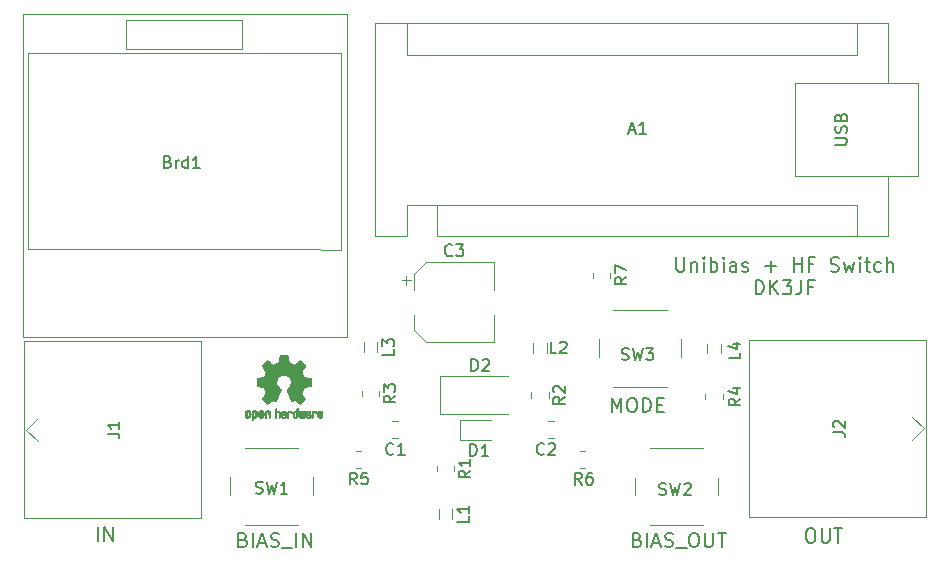
<source format=gbr>
%TF.GenerationSoftware,KiCad,Pcbnew,7.0.10*%
%TF.CreationDate,2024-02-22T19:55:08+01:00*%
%TF.ProjectId,Unibias,556e6962-6961-4732-9e6b-696361645f70,rev?*%
%TF.SameCoordinates,Original*%
%TF.FileFunction,Legend,Top*%
%TF.FilePolarity,Positive*%
%FSLAX46Y46*%
G04 Gerber Fmt 4.6, Leading zero omitted, Abs format (unit mm)*
G04 Created by KiCad (PCBNEW 7.0.10) date 2024-02-22 19:55:08*
%MOMM*%
%LPD*%
G01*
G04 APERTURE LIST*
%ADD10C,0.200000*%
%ADD11C,0.150000*%
%ADD12C,0.120000*%
%ADD13C,0.010000*%
G04 APERTURE END LIST*
D10*
X171056571Y-95032742D02*
X171056571Y-93832742D01*
X171056571Y-93832742D02*
X171456571Y-94689885D01*
X171456571Y-94689885D02*
X171856571Y-93832742D01*
X171856571Y-93832742D02*
X171856571Y-95032742D01*
X172656571Y-93832742D02*
X172885143Y-93832742D01*
X172885143Y-93832742D02*
X172999428Y-93889885D01*
X172999428Y-93889885D02*
X173113714Y-94004171D01*
X173113714Y-94004171D02*
X173170857Y-94232742D01*
X173170857Y-94232742D02*
X173170857Y-94632742D01*
X173170857Y-94632742D02*
X173113714Y-94861314D01*
X173113714Y-94861314D02*
X172999428Y-94975600D01*
X172999428Y-94975600D02*
X172885143Y-95032742D01*
X172885143Y-95032742D02*
X172656571Y-95032742D01*
X172656571Y-95032742D02*
X172542286Y-94975600D01*
X172542286Y-94975600D02*
X172428000Y-94861314D01*
X172428000Y-94861314D02*
X172370857Y-94632742D01*
X172370857Y-94632742D02*
X172370857Y-94232742D01*
X172370857Y-94232742D02*
X172428000Y-94004171D01*
X172428000Y-94004171D02*
X172542286Y-93889885D01*
X172542286Y-93889885D02*
X172656571Y-93832742D01*
X173685143Y-95032742D02*
X173685143Y-93832742D01*
X173685143Y-93832742D02*
X173970857Y-93832742D01*
X173970857Y-93832742D02*
X174142286Y-93889885D01*
X174142286Y-93889885D02*
X174256571Y-94004171D01*
X174256571Y-94004171D02*
X174313714Y-94118457D01*
X174313714Y-94118457D02*
X174370857Y-94347028D01*
X174370857Y-94347028D02*
X174370857Y-94518457D01*
X174370857Y-94518457D02*
X174313714Y-94747028D01*
X174313714Y-94747028D02*
X174256571Y-94861314D01*
X174256571Y-94861314D02*
X174142286Y-94975600D01*
X174142286Y-94975600D02*
X173970857Y-95032742D01*
X173970857Y-95032742D02*
X173685143Y-95032742D01*
X174885143Y-94404171D02*
X175285143Y-94404171D01*
X175456571Y-95032742D02*
X174885143Y-95032742D01*
X174885143Y-95032742D02*
X174885143Y-93832742D01*
X174885143Y-93832742D02*
X175456571Y-93832742D01*
X139836857Y-105834171D02*
X140008285Y-105891314D01*
X140008285Y-105891314D02*
X140065428Y-105948457D01*
X140065428Y-105948457D02*
X140122571Y-106062742D01*
X140122571Y-106062742D02*
X140122571Y-106234171D01*
X140122571Y-106234171D02*
X140065428Y-106348457D01*
X140065428Y-106348457D02*
X140008285Y-106405600D01*
X140008285Y-106405600D02*
X139894000Y-106462742D01*
X139894000Y-106462742D02*
X139436857Y-106462742D01*
X139436857Y-106462742D02*
X139436857Y-105262742D01*
X139436857Y-105262742D02*
X139836857Y-105262742D01*
X139836857Y-105262742D02*
X139951143Y-105319885D01*
X139951143Y-105319885D02*
X140008285Y-105377028D01*
X140008285Y-105377028D02*
X140065428Y-105491314D01*
X140065428Y-105491314D02*
X140065428Y-105605600D01*
X140065428Y-105605600D02*
X140008285Y-105719885D01*
X140008285Y-105719885D02*
X139951143Y-105777028D01*
X139951143Y-105777028D02*
X139836857Y-105834171D01*
X139836857Y-105834171D02*
X139436857Y-105834171D01*
X140636857Y-106462742D02*
X140636857Y-105262742D01*
X141151143Y-106119885D02*
X141722572Y-106119885D01*
X141036857Y-106462742D02*
X141436857Y-105262742D01*
X141436857Y-105262742D02*
X141836857Y-106462742D01*
X142179714Y-106405600D02*
X142351143Y-106462742D01*
X142351143Y-106462742D02*
X142636857Y-106462742D01*
X142636857Y-106462742D02*
X142751143Y-106405600D01*
X142751143Y-106405600D02*
X142808285Y-106348457D01*
X142808285Y-106348457D02*
X142865428Y-106234171D01*
X142865428Y-106234171D02*
X142865428Y-106119885D01*
X142865428Y-106119885D02*
X142808285Y-106005600D01*
X142808285Y-106005600D02*
X142751143Y-105948457D01*
X142751143Y-105948457D02*
X142636857Y-105891314D01*
X142636857Y-105891314D02*
X142408285Y-105834171D01*
X142408285Y-105834171D02*
X142294000Y-105777028D01*
X142294000Y-105777028D02*
X142236857Y-105719885D01*
X142236857Y-105719885D02*
X142179714Y-105605600D01*
X142179714Y-105605600D02*
X142179714Y-105491314D01*
X142179714Y-105491314D02*
X142236857Y-105377028D01*
X142236857Y-105377028D02*
X142294000Y-105319885D01*
X142294000Y-105319885D02*
X142408285Y-105262742D01*
X142408285Y-105262742D02*
X142694000Y-105262742D01*
X142694000Y-105262742D02*
X142865428Y-105319885D01*
X143094000Y-106577028D02*
X144008285Y-106577028D01*
X144294000Y-106462742D02*
X144294000Y-105262742D01*
X144865429Y-106462742D02*
X144865429Y-105262742D01*
X144865429Y-105262742D02*
X145551143Y-106462742D01*
X145551143Y-106462742D02*
X145551143Y-105262742D01*
X173199857Y-105834171D02*
X173371285Y-105891314D01*
X173371285Y-105891314D02*
X173428428Y-105948457D01*
X173428428Y-105948457D02*
X173485571Y-106062742D01*
X173485571Y-106062742D02*
X173485571Y-106234171D01*
X173485571Y-106234171D02*
X173428428Y-106348457D01*
X173428428Y-106348457D02*
X173371285Y-106405600D01*
X173371285Y-106405600D02*
X173257000Y-106462742D01*
X173257000Y-106462742D02*
X172799857Y-106462742D01*
X172799857Y-106462742D02*
X172799857Y-105262742D01*
X172799857Y-105262742D02*
X173199857Y-105262742D01*
X173199857Y-105262742D02*
X173314143Y-105319885D01*
X173314143Y-105319885D02*
X173371285Y-105377028D01*
X173371285Y-105377028D02*
X173428428Y-105491314D01*
X173428428Y-105491314D02*
X173428428Y-105605600D01*
X173428428Y-105605600D02*
X173371285Y-105719885D01*
X173371285Y-105719885D02*
X173314143Y-105777028D01*
X173314143Y-105777028D02*
X173199857Y-105834171D01*
X173199857Y-105834171D02*
X172799857Y-105834171D01*
X173999857Y-106462742D02*
X173999857Y-105262742D01*
X174514143Y-106119885D02*
X175085572Y-106119885D01*
X174399857Y-106462742D02*
X174799857Y-105262742D01*
X174799857Y-105262742D02*
X175199857Y-106462742D01*
X175542714Y-106405600D02*
X175714143Y-106462742D01*
X175714143Y-106462742D02*
X175999857Y-106462742D01*
X175999857Y-106462742D02*
X176114143Y-106405600D01*
X176114143Y-106405600D02*
X176171285Y-106348457D01*
X176171285Y-106348457D02*
X176228428Y-106234171D01*
X176228428Y-106234171D02*
X176228428Y-106119885D01*
X176228428Y-106119885D02*
X176171285Y-106005600D01*
X176171285Y-106005600D02*
X176114143Y-105948457D01*
X176114143Y-105948457D02*
X175999857Y-105891314D01*
X175999857Y-105891314D02*
X175771285Y-105834171D01*
X175771285Y-105834171D02*
X175657000Y-105777028D01*
X175657000Y-105777028D02*
X175599857Y-105719885D01*
X175599857Y-105719885D02*
X175542714Y-105605600D01*
X175542714Y-105605600D02*
X175542714Y-105491314D01*
X175542714Y-105491314D02*
X175599857Y-105377028D01*
X175599857Y-105377028D02*
X175657000Y-105319885D01*
X175657000Y-105319885D02*
X175771285Y-105262742D01*
X175771285Y-105262742D02*
X176057000Y-105262742D01*
X176057000Y-105262742D02*
X176228428Y-105319885D01*
X176457000Y-106577028D02*
X177371285Y-106577028D01*
X177885571Y-105262742D02*
X178114143Y-105262742D01*
X178114143Y-105262742D02*
X178228428Y-105319885D01*
X178228428Y-105319885D02*
X178342714Y-105434171D01*
X178342714Y-105434171D02*
X178399857Y-105662742D01*
X178399857Y-105662742D02*
X178399857Y-106062742D01*
X178399857Y-106062742D02*
X178342714Y-106291314D01*
X178342714Y-106291314D02*
X178228428Y-106405600D01*
X178228428Y-106405600D02*
X178114143Y-106462742D01*
X178114143Y-106462742D02*
X177885571Y-106462742D01*
X177885571Y-106462742D02*
X177771286Y-106405600D01*
X177771286Y-106405600D02*
X177657000Y-106291314D01*
X177657000Y-106291314D02*
X177599857Y-106062742D01*
X177599857Y-106062742D02*
X177599857Y-105662742D01*
X177599857Y-105662742D02*
X177657000Y-105434171D01*
X177657000Y-105434171D02*
X177771286Y-105319885D01*
X177771286Y-105319885D02*
X177885571Y-105262742D01*
X178914143Y-105262742D02*
X178914143Y-106234171D01*
X178914143Y-106234171D02*
X178971286Y-106348457D01*
X178971286Y-106348457D02*
X179028429Y-106405600D01*
X179028429Y-106405600D02*
X179142714Y-106462742D01*
X179142714Y-106462742D02*
X179371286Y-106462742D01*
X179371286Y-106462742D02*
X179485571Y-106405600D01*
X179485571Y-106405600D02*
X179542714Y-106348457D01*
X179542714Y-106348457D02*
X179599857Y-106234171D01*
X179599857Y-106234171D02*
X179599857Y-105262742D01*
X179999857Y-105262742D02*
X180685572Y-105262742D01*
X180342714Y-106462742D02*
X180342714Y-105262742D01*
X187775999Y-104881742D02*
X188004571Y-104881742D01*
X188004571Y-104881742D02*
X188118856Y-104938885D01*
X188118856Y-104938885D02*
X188233142Y-105053171D01*
X188233142Y-105053171D02*
X188290285Y-105281742D01*
X188290285Y-105281742D02*
X188290285Y-105681742D01*
X188290285Y-105681742D02*
X188233142Y-105910314D01*
X188233142Y-105910314D02*
X188118856Y-106024600D01*
X188118856Y-106024600D02*
X188004571Y-106081742D01*
X188004571Y-106081742D02*
X187775999Y-106081742D01*
X187775999Y-106081742D02*
X187661714Y-106024600D01*
X187661714Y-106024600D02*
X187547428Y-105910314D01*
X187547428Y-105910314D02*
X187490285Y-105681742D01*
X187490285Y-105681742D02*
X187490285Y-105281742D01*
X187490285Y-105281742D02*
X187547428Y-105053171D01*
X187547428Y-105053171D02*
X187661714Y-104938885D01*
X187661714Y-104938885D02*
X187775999Y-104881742D01*
X188804571Y-104881742D02*
X188804571Y-105853171D01*
X188804571Y-105853171D02*
X188861714Y-105967457D01*
X188861714Y-105967457D02*
X188918857Y-106024600D01*
X188918857Y-106024600D02*
X189033142Y-106081742D01*
X189033142Y-106081742D02*
X189261714Y-106081742D01*
X189261714Y-106081742D02*
X189375999Y-106024600D01*
X189375999Y-106024600D02*
X189433142Y-105967457D01*
X189433142Y-105967457D02*
X189490285Y-105853171D01*
X189490285Y-105853171D02*
X189490285Y-104881742D01*
X189890285Y-104881742D02*
X190576000Y-104881742D01*
X190233142Y-106081742D02*
X190233142Y-104881742D01*
X176502571Y-81944742D02*
X176502571Y-82916171D01*
X176502571Y-82916171D02*
X176559714Y-83030457D01*
X176559714Y-83030457D02*
X176616857Y-83087600D01*
X176616857Y-83087600D02*
X176731142Y-83144742D01*
X176731142Y-83144742D02*
X176959714Y-83144742D01*
X176959714Y-83144742D02*
X177073999Y-83087600D01*
X177073999Y-83087600D02*
X177131142Y-83030457D01*
X177131142Y-83030457D02*
X177188285Y-82916171D01*
X177188285Y-82916171D02*
X177188285Y-81944742D01*
X177759714Y-82344742D02*
X177759714Y-83144742D01*
X177759714Y-82459028D02*
X177816857Y-82401885D01*
X177816857Y-82401885D02*
X177931142Y-82344742D01*
X177931142Y-82344742D02*
X178102571Y-82344742D01*
X178102571Y-82344742D02*
X178216857Y-82401885D01*
X178216857Y-82401885D02*
X178274000Y-82516171D01*
X178274000Y-82516171D02*
X178274000Y-83144742D01*
X178845428Y-83144742D02*
X178845428Y-82344742D01*
X178845428Y-81944742D02*
X178788285Y-82001885D01*
X178788285Y-82001885D02*
X178845428Y-82059028D01*
X178845428Y-82059028D02*
X178902571Y-82001885D01*
X178902571Y-82001885D02*
X178845428Y-81944742D01*
X178845428Y-81944742D02*
X178845428Y-82059028D01*
X179416857Y-83144742D02*
X179416857Y-81944742D01*
X179416857Y-82401885D02*
X179531143Y-82344742D01*
X179531143Y-82344742D02*
X179759714Y-82344742D01*
X179759714Y-82344742D02*
X179874000Y-82401885D01*
X179874000Y-82401885D02*
X179931143Y-82459028D01*
X179931143Y-82459028D02*
X179988285Y-82573314D01*
X179988285Y-82573314D02*
X179988285Y-82916171D01*
X179988285Y-82916171D02*
X179931143Y-83030457D01*
X179931143Y-83030457D02*
X179874000Y-83087600D01*
X179874000Y-83087600D02*
X179759714Y-83144742D01*
X179759714Y-83144742D02*
X179531143Y-83144742D01*
X179531143Y-83144742D02*
X179416857Y-83087600D01*
X180502571Y-83144742D02*
X180502571Y-82344742D01*
X180502571Y-81944742D02*
X180445428Y-82001885D01*
X180445428Y-82001885D02*
X180502571Y-82059028D01*
X180502571Y-82059028D02*
X180559714Y-82001885D01*
X180559714Y-82001885D02*
X180502571Y-81944742D01*
X180502571Y-81944742D02*
X180502571Y-82059028D01*
X181588286Y-83144742D02*
X181588286Y-82516171D01*
X181588286Y-82516171D02*
X181531143Y-82401885D01*
X181531143Y-82401885D02*
X181416857Y-82344742D01*
X181416857Y-82344742D02*
X181188286Y-82344742D01*
X181188286Y-82344742D02*
X181074000Y-82401885D01*
X181588286Y-83087600D02*
X181474000Y-83144742D01*
X181474000Y-83144742D02*
X181188286Y-83144742D01*
X181188286Y-83144742D02*
X181074000Y-83087600D01*
X181074000Y-83087600D02*
X181016857Y-82973314D01*
X181016857Y-82973314D02*
X181016857Y-82859028D01*
X181016857Y-82859028D02*
X181074000Y-82744742D01*
X181074000Y-82744742D02*
X181188286Y-82687600D01*
X181188286Y-82687600D02*
X181474000Y-82687600D01*
X181474000Y-82687600D02*
X181588286Y-82630457D01*
X182102571Y-83087600D02*
X182216857Y-83144742D01*
X182216857Y-83144742D02*
X182445428Y-83144742D01*
X182445428Y-83144742D02*
X182559714Y-83087600D01*
X182559714Y-83087600D02*
X182616857Y-82973314D01*
X182616857Y-82973314D02*
X182616857Y-82916171D01*
X182616857Y-82916171D02*
X182559714Y-82801885D01*
X182559714Y-82801885D02*
X182445428Y-82744742D01*
X182445428Y-82744742D02*
X182274000Y-82744742D01*
X182274000Y-82744742D02*
X182159714Y-82687600D01*
X182159714Y-82687600D02*
X182102571Y-82573314D01*
X182102571Y-82573314D02*
X182102571Y-82516171D01*
X182102571Y-82516171D02*
X182159714Y-82401885D01*
X182159714Y-82401885D02*
X182274000Y-82344742D01*
X182274000Y-82344742D02*
X182445428Y-82344742D01*
X182445428Y-82344742D02*
X182559714Y-82401885D01*
X184045429Y-82687600D02*
X184959715Y-82687600D01*
X184502572Y-83144742D02*
X184502572Y-82230457D01*
X186445429Y-83144742D02*
X186445429Y-81944742D01*
X186445429Y-82516171D02*
X187131143Y-82516171D01*
X187131143Y-83144742D02*
X187131143Y-81944742D01*
X188102572Y-82516171D02*
X187702572Y-82516171D01*
X187702572Y-83144742D02*
X187702572Y-81944742D01*
X187702572Y-81944742D02*
X188274000Y-81944742D01*
X189588286Y-83087600D02*
X189759715Y-83144742D01*
X189759715Y-83144742D02*
X190045429Y-83144742D01*
X190045429Y-83144742D02*
X190159715Y-83087600D01*
X190159715Y-83087600D02*
X190216857Y-83030457D01*
X190216857Y-83030457D02*
X190274000Y-82916171D01*
X190274000Y-82916171D02*
X190274000Y-82801885D01*
X190274000Y-82801885D02*
X190216857Y-82687600D01*
X190216857Y-82687600D02*
X190159715Y-82630457D01*
X190159715Y-82630457D02*
X190045429Y-82573314D01*
X190045429Y-82573314D02*
X189816857Y-82516171D01*
X189816857Y-82516171D02*
X189702572Y-82459028D01*
X189702572Y-82459028D02*
X189645429Y-82401885D01*
X189645429Y-82401885D02*
X189588286Y-82287600D01*
X189588286Y-82287600D02*
X189588286Y-82173314D01*
X189588286Y-82173314D02*
X189645429Y-82059028D01*
X189645429Y-82059028D02*
X189702572Y-82001885D01*
X189702572Y-82001885D02*
X189816857Y-81944742D01*
X189816857Y-81944742D02*
X190102572Y-81944742D01*
X190102572Y-81944742D02*
X190274000Y-82001885D01*
X190674000Y-82344742D02*
X190902572Y-83144742D01*
X190902572Y-83144742D02*
X191131143Y-82573314D01*
X191131143Y-82573314D02*
X191359714Y-83144742D01*
X191359714Y-83144742D02*
X191588286Y-82344742D01*
X192045429Y-83144742D02*
X192045429Y-82344742D01*
X192045429Y-81944742D02*
X191988286Y-82001885D01*
X191988286Y-82001885D02*
X192045429Y-82059028D01*
X192045429Y-82059028D02*
X192102572Y-82001885D01*
X192102572Y-82001885D02*
X192045429Y-81944742D01*
X192045429Y-81944742D02*
X192045429Y-82059028D01*
X192445429Y-82344742D02*
X192902572Y-82344742D01*
X192616858Y-81944742D02*
X192616858Y-82973314D01*
X192616858Y-82973314D02*
X192674001Y-83087600D01*
X192674001Y-83087600D02*
X192788286Y-83144742D01*
X192788286Y-83144742D02*
X192902572Y-83144742D01*
X193816858Y-83087600D02*
X193702572Y-83144742D01*
X193702572Y-83144742D02*
X193474000Y-83144742D01*
X193474000Y-83144742D02*
X193359715Y-83087600D01*
X193359715Y-83087600D02*
X193302572Y-83030457D01*
X193302572Y-83030457D02*
X193245429Y-82916171D01*
X193245429Y-82916171D02*
X193245429Y-82573314D01*
X193245429Y-82573314D02*
X193302572Y-82459028D01*
X193302572Y-82459028D02*
X193359715Y-82401885D01*
X193359715Y-82401885D02*
X193474000Y-82344742D01*
X193474000Y-82344742D02*
X193702572Y-82344742D01*
X193702572Y-82344742D02*
X193816858Y-82401885D01*
X194331143Y-83144742D02*
X194331143Y-81944742D01*
X194845429Y-83144742D02*
X194845429Y-82516171D01*
X194845429Y-82516171D02*
X194788286Y-82401885D01*
X194788286Y-82401885D02*
X194674000Y-82344742D01*
X194674000Y-82344742D02*
X194502571Y-82344742D01*
X194502571Y-82344742D02*
X194388286Y-82401885D01*
X194388286Y-82401885D02*
X194331143Y-82459028D01*
X183216857Y-85076742D02*
X183216857Y-83876742D01*
X183216857Y-83876742D02*
X183502571Y-83876742D01*
X183502571Y-83876742D02*
X183674000Y-83933885D01*
X183674000Y-83933885D02*
X183788285Y-84048171D01*
X183788285Y-84048171D02*
X183845428Y-84162457D01*
X183845428Y-84162457D02*
X183902571Y-84391028D01*
X183902571Y-84391028D02*
X183902571Y-84562457D01*
X183902571Y-84562457D02*
X183845428Y-84791028D01*
X183845428Y-84791028D02*
X183788285Y-84905314D01*
X183788285Y-84905314D02*
X183674000Y-85019600D01*
X183674000Y-85019600D02*
X183502571Y-85076742D01*
X183502571Y-85076742D02*
X183216857Y-85076742D01*
X184416857Y-85076742D02*
X184416857Y-83876742D01*
X185102571Y-85076742D02*
X184588285Y-84391028D01*
X185102571Y-83876742D02*
X184416857Y-84562457D01*
X185502571Y-83876742D02*
X186245428Y-83876742D01*
X186245428Y-83876742D02*
X185845428Y-84333885D01*
X185845428Y-84333885D02*
X186016857Y-84333885D01*
X186016857Y-84333885D02*
X186131143Y-84391028D01*
X186131143Y-84391028D02*
X186188285Y-84448171D01*
X186188285Y-84448171D02*
X186245428Y-84562457D01*
X186245428Y-84562457D02*
X186245428Y-84848171D01*
X186245428Y-84848171D02*
X186188285Y-84962457D01*
X186188285Y-84962457D02*
X186131143Y-85019600D01*
X186131143Y-85019600D02*
X186016857Y-85076742D01*
X186016857Y-85076742D02*
X185674000Y-85076742D01*
X185674000Y-85076742D02*
X185559714Y-85019600D01*
X185559714Y-85019600D02*
X185502571Y-84962457D01*
X187102571Y-83876742D02*
X187102571Y-84733885D01*
X187102571Y-84733885D02*
X187045428Y-84905314D01*
X187045428Y-84905314D02*
X186931142Y-85019600D01*
X186931142Y-85019600D02*
X186759714Y-85076742D01*
X186759714Y-85076742D02*
X186645428Y-85076742D01*
X188074000Y-84448171D02*
X187674000Y-84448171D01*
X187674000Y-85076742D02*
X187674000Y-83876742D01*
X187674000Y-83876742D02*
X188245428Y-83876742D01*
X127514428Y-105954742D02*
X127514428Y-104754742D01*
X128085857Y-105954742D02*
X128085857Y-104754742D01*
X128085857Y-104754742D02*
X128771571Y-105954742D01*
X128771571Y-105954742D02*
X128771571Y-104754742D01*
D11*
X159154905Y-91553819D02*
X159154905Y-90553819D01*
X159154905Y-90553819D02*
X159393000Y-90553819D01*
X159393000Y-90553819D02*
X159535857Y-90601438D01*
X159535857Y-90601438D02*
X159631095Y-90696676D01*
X159631095Y-90696676D02*
X159678714Y-90791914D01*
X159678714Y-90791914D02*
X159726333Y-90982390D01*
X159726333Y-90982390D02*
X159726333Y-91125247D01*
X159726333Y-91125247D02*
X159678714Y-91315723D01*
X159678714Y-91315723D02*
X159631095Y-91410961D01*
X159631095Y-91410961D02*
X159535857Y-91506200D01*
X159535857Y-91506200D02*
X159393000Y-91553819D01*
X159393000Y-91553819D02*
X159154905Y-91553819D01*
X160107286Y-90649057D02*
X160154905Y-90601438D01*
X160154905Y-90601438D02*
X160250143Y-90553819D01*
X160250143Y-90553819D02*
X160488238Y-90553819D01*
X160488238Y-90553819D02*
X160583476Y-90601438D01*
X160583476Y-90601438D02*
X160631095Y-90649057D01*
X160631095Y-90649057D02*
X160678714Y-90744295D01*
X160678714Y-90744295D02*
X160678714Y-90839533D01*
X160678714Y-90839533D02*
X160631095Y-90982390D01*
X160631095Y-90982390D02*
X160059667Y-91553819D01*
X160059667Y-91553819D02*
X160678714Y-91553819D01*
X159061905Y-98752819D02*
X159061905Y-97752819D01*
X159061905Y-97752819D02*
X159300000Y-97752819D01*
X159300000Y-97752819D02*
X159442857Y-97800438D01*
X159442857Y-97800438D02*
X159538095Y-97895676D01*
X159538095Y-97895676D02*
X159585714Y-97990914D01*
X159585714Y-97990914D02*
X159633333Y-98181390D01*
X159633333Y-98181390D02*
X159633333Y-98324247D01*
X159633333Y-98324247D02*
X159585714Y-98514723D01*
X159585714Y-98514723D02*
X159538095Y-98609961D01*
X159538095Y-98609961D02*
X159442857Y-98705200D01*
X159442857Y-98705200D02*
X159300000Y-98752819D01*
X159300000Y-98752819D02*
X159061905Y-98752819D01*
X160585714Y-98752819D02*
X160014286Y-98752819D01*
X160300000Y-98752819D02*
X160300000Y-97752819D01*
X160300000Y-97752819D02*
X160204762Y-97895676D01*
X160204762Y-97895676D02*
X160109524Y-97990914D01*
X160109524Y-97990914D02*
X160014286Y-98038533D01*
X189794819Y-96753333D02*
X190509104Y-96753333D01*
X190509104Y-96753333D02*
X190651961Y-96800952D01*
X190651961Y-96800952D02*
X190747200Y-96896190D01*
X190747200Y-96896190D02*
X190794819Y-97039047D01*
X190794819Y-97039047D02*
X190794819Y-97134285D01*
X189890057Y-96324761D02*
X189842438Y-96277142D01*
X189842438Y-96277142D02*
X189794819Y-96181904D01*
X189794819Y-96181904D02*
X189794819Y-95943809D01*
X189794819Y-95943809D02*
X189842438Y-95848571D01*
X189842438Y-95848571D02*
X189890057Y-95800952D01*
X189890057Y-95800952D02*
X189985295Y-95753333D01*
X189985295Y-95753333D02*
X190080533Y-95753333D01*
X190080533Y-95753333D02*
X190223390Y-95800952D01*
X190223390Y-95800952D02*
X190794819Y-96372380D01*
X190794819Y-96372380D02*
X190794819Y-95753333D01*
X158976819Y-103845166D02*
X158976819Y-104321356D01*
X158976819Y-104321356D02*
X157976819Y-104321356D01*
X158976819Y-102988023D02*
X158976819Y-103559451D01*
X158976819Y-103273737D02*
X157976819Y-103273737D01*
X157976819Y-103273737D02*
X158119676Y-103368975D01*
X158119676Y-103368975D02*
X158214914Y-103464213D01*
X158214914Y-103464213D02*
X158262533Y-103559451D01*
X152553333Y-98559580D02*
X152505714Y-98607200D01*
X152505714Y-98607200D02*
X152362857Y-98654819D01*
X152362857Y-98654819D02*
X152267619Y-98654819D01*
X152267619Y-98654819D02*
X152124762Y-98607200D01*
X152124762Y-98607200D02*
X152029524Y-98511961D01*
X152029524Y-98511961D02*
X151981905Y-98416723D01*
X151981905Y-98416723D02*
X151934286Y-98226247D01*
X151934286Y-98226247D02*
X151934286Y-98083390D01*
X151934286Y-98083390D02*
X151981905Y-97892914D01*
X151981905Y-97892914D02*
X152029524Y-97797676D01*
X152029524Y-97797676D02*
X152124762Y-97702438D01*
X152124762Y-97702438D02*
X152267619Y-97654819D01*
X152267619Y-97654819D02*
X152362857Y-97654819D01*
X152362857Y-97654819D02*
X152505714Y-97702438D01*
X152505714Y-97702438D02*
X152553333Y-97750057D01*
X153505714Y-98654819D02*
X152934286Y-98654819D01*
X153220000Y-98654819D02*
X153220000Y-97654819D01*
X153220000Y-97654819D02*
X153124762Y-97797676D01*
X153124762Y-97797676D02*
X153029524Y-97892914D01*
X153029524Y-97892914D02*
X152934286Y-97940533D01*
X167077819Y-93742166D02*
X166601628Y-94075499D01*
X167077819Y-94313594D02*
X166077819Y-94313594D01*
X166077819Y-94313594D02*
X166077819Y-93932642D01*
X166077819Y-93932642D02*
X166125438Y-93837404D01*
X166125438Y-93837404D02*
X166173057Y-93789785D01*
X166173057Y-93789785D02*
X166268295Y-93742166D01*
X166268295Y-93742166D02*
X166411152Y-93742166D01*
X166411152Y-93742166D02*
X166506390Y-93789785D01*
X166506390Y-93789785D02*
X166554009Y-93837404D01*
X166554009Y-93837404D02*
X166601628Y-93932642D01*
X166601628Y-93932642D02*
X166601628Y-94313594D01*
X166173057Y-93361213D02*
X166125438Y-93313594D01*
X166125438Y-93313594D02*
X166077819Y-93218356D01*
X166077819Y-93218356D02*
X166077819Y-92980261D01*
X166077819Y-92980261D02*
X166125438Y-92885023D01*
X166125438Y-92885023D02*
X166173057Y-92837404D01*
X166173057Y-92837404D02*
X166268295Y-92789785D01*
X166268295Y-92789785D02*
X166363533Y-92789785D01*
X166363533Y-92789785D02*
X166506390Y-92837404D01*
X166506390Y-92837404D02*
X167077819Y-93408832D01*
X167077819Y-93408832D02*
X167077819Y-92789785D01*
X159076819Y-99988666D02*
X158600628Y-100321999D01*
X159076819Y-100560094D02*
X158076819Y-100560094D01*
X158076819Y-100560094D02*
X158076819Y-100179142D01*
X158076819Y-100179142D02*
X158124438Y-100083904D01*
X158124438Y-100083904D02*
X158172057Y-100036285D01*
X158172057Y-100036285D02*
X158267295Y-99988666D01*
X158267295Y-99988666D02*
X158410152Y-99988666D01*
X158410152Y-99988666D02*
X158505390Y-100036285D01*
X158505390Y-100036285D02*
X158553009Y-100083904D01*
X158553009Y-100083904D02*
X158600628Y-100179142D01*
X158600628Y-100179142D02*
X158600628Y-100560094D01*
X159076819Y-99036285D02*
X159076819Y-99607713D01*
X159076819Y-99321999D02*
X158076819Y-99321999D01*
X158076819Y-99321999D02*
X158219676Y-99417237D01*
X158219676Y-99417237D02*
X158314914Y-99512475D01*
X158314914Y-99512475D02*
X158362533Y-99607713D01*
X165314333Y-98559580D02*
X165266714Y-98607200D01*
X165266714Y-98607200D02*
X165123857Y-98654819D01*
X165123857Y-98654819D02*
X165028619Y-98654819D01*
X165028619Y-98654819D02*
X164885762Y-98607200D01*
X164885762Y-98607200D02*
X164790524Y-98511961D01*
X164790524Y-98511961D02*
X164742905Y-98416723D01*
X164742905Y-98416723D02*
X164695286Y-98226247D01*
X164695286Y-98226247D02*
X164695286Y-98083390D01*
X164695286Y-98083390D02*
X164742905Y-97892914D01*
X164742905Y-97892914D02*
X164790524Y-97797676D01*
X164790524Y-97797676D02*
X164885762Y-97702438D01*
X164885762Y-97702438D02*
X165028619Y-97654819D01*
X165028619Y-97654819D02*
X165123857Y-97654819D01*
X165123857Y-97654819D02*
X165266714Y-97702438D01*
X165266714Y-97702438D02*
X165314333Y-97750057D01*
X165695286Y-97750057D02*
X165742905Y-97702438D01*
X165742905Y-97702438D02*
X165838143Y-97654819D01*
X165838143Y-97654819D02*
X166076238Y-97654819D01*
X166076238Y-97654819D02*
X166171476Y-97702438D01*
X166171476Y-97702438D02*
X166219095Y-97750057D01*
X166219095Y-97750057D02*
X166266714Y-97845295D01*
X166266714Y-97845295D02*
X166266714Y-97940533D01*
X166266714Y-97940533D02*
X166219095Y-98083390D01*
X166219095Y-98083390D02*
X165647667Y-98654819D01*
X165647667Y-98654819D02*
X166266714Y-98654819D01*
X166356333Y-90070319D02*
X165880143Y-90070319D01*
X165880143Y-90070319D02*
X165880143Y-89070319D01*
X166642048Y-89165557D02*
X166689667Y-89117938D01*
X166689667Y-89117938D02*
X166784905Y-89070319D01*
X166784905Y-89070319D02*
X167023000Y-89070319D01*
X167023000Y-89070319D02*
X167118238Y-89117938D01*
X167118238Y-89117938D02*
X167165857Y-89165557D01*
X167165857Y-89165557D02*
X167213476Y-89260795D01*
X167213476Y-89260795D02*
X167213476Y-89356033D01*
X167213476Y-89356033D02*
X167165857Y-89498890D01*
X167165857Y-89498890D02*
X166594429Y-90070319D01*
X166594429Y-90070319D02*
X167213476Y-90070319D01*
X172513714Y-71162104D02*
X172989904Y-71162104D01*
X172418476Y-71447819D02*
X172751809Y-70447819D01*
X172751809Y-70447819D02*
X173085142Y-71447819D01*
X173942285Y-71447819D02*
X173370857Y-71447819D01*
X173656571Y-71447819D02*
X173656571Y-70447819D01*
X173656571Y-70447819D02*
X173561333Y-70590676D01*
X173561333Y-70590676D02*
X173466095Y-70685914D01*
X173466095Y-70685914D02*
X173370857Y-70733533D01*
X189954819Y-72381904D02*
X190764342Y-72381904D01*
X190764342Y-72381904D02*
X190859580Y-72334285D01*
X190859580Y-72334285D02*
X190907200Y-72286666D01*
X190907200Y-72286666D02*
X190954819Y-72191428D01*
X190954819Y-72191428D02*
X190954819Y-72000952D01*
X190954819Y-72000952D02*
X190907200Y-71905714D01*
X190907200Y-71905714D02*
X190859580Y-71858095D01*
X190859580Y-71858095D02*
X190764342Y-71810476D01*
X190764342Y-71810476D02*
X189954819Y-71810476D01*
X190907200Y-71381904D02*
X190954819Y-71239047D01*
X190954819Y-71239047D02*
X190954819Y-71000952D01*
X190954819Y-71000952D02*
X190907200Y-70905714D01*
X190907200Y-70905714D02*
X190859580Y-70858095D01*
X190859580Y-70858095D02*
X190764342Y-70810476D01*
X190764342Y-70810476D02*
X190669104Y-70810476D01*
X190669104Y-70810476D02*
X190573866Y-70858095D01*
X190573866Y-70858095D02*
X190526247Y-70905714D01*
X190526247Y-70905714D02*
X190478628Y-71000952D01*
X190478628Y-71000952D02*
X190431009Y-71191428D01*
X190431009Y-71191428D02*
X190383390Y-71286666D01*
X190383390Y-71286666D02*
X190335771Y-71334285D01*
X190335771Y-71334285D02*
X190240533Y-71381904D01*
X190240533Y-71381904D02*
X190145295Y-71381904D01*
X190145295Y-71381904D02*
X190050057Y-71334285D01*
X190050057Y-71334285D02*
X190002438Y-71286666D01*
X190002438Y-71286666D02*
X189954819Y-71191428D01*
X189954819Y-71191428D02*
X189954819Y-70953333D01*
X189954819Y-70953333D02*
X190002438Y-70810476D01*
X190431009Y-70048571D02*
X190478628Y-69905714D01*
X190478628Y-69905714D02*
X190526247Y-69858095D01*
X190526247Y-69858095D02*
X190621485Y-69810476D01*
X190621485Y-69810476D02*
X190764342Y-69810476D01*
X190764342Y-69810476D02*
X190859580Y-69858095D01*
X190859580Y-69858095D02*
X190907200Y-69905714D01*
X190907200Y-69905714D02*
X190954819Y-70000952D01*
X190954819Y-70000952D02*
X190954819Y-70381904D01*
X190954819Y-70381904D02*
X189954819Y-70381904D01*
X189954819Y-70381904D02*
X189954819Y-70048571D01*
X189954819Y-70048571D02*
X190002438Y-69953333D01*
X190002438Y-69953333D02*
X190050057Y-69905714D01*
X190050057Y-69905714D02*
X190145295Y-69858095D01*
X190145295Y-69858095D02*
X190240533Y-69858095D01*
X190240533Y-69858095D02*
X190335771Y-69905714D01*
X190335771Y-69905714D02*
X190383390Y-69953333D01*
X190383390Y-69953333D02*
X190431009Y-70048571D01*
X190431009Y-70048571D02*
X190431009Y-70381904D01*
X128354819Y-96853333D02*
X129069104Y-96853333D01*
X129069104Y-96853333D02*
X129211961Y-96900952D01*
X129211961Y-96900952D02*
X129307200Y-96996190D01*
X129307200Y-96996190D02*
X129354819Y-97139047D01*
X129354819Y-97139047D02*
X129354819Y-97234285D01*
X129354819Y-95853333D02*
X129354819Y-96424761D01*
X129354819Y-96139047D02*
X128354819Y-96139047D01*
X128354819Y-96139047D02*
X128497676Y-96234285D01*
X128497676Y-96234285D02*
X128592914Y-96329523D01*
X128592914Y-96329523D02*
X128640533Y-96424761D01*
X152626819Y-89701666D02*
X152626819Y-90177856D01*
X152626819Y-90177856D02*
X151626819Y-90177856D01*
X151626819Y-89463570D02*
X151626819Y-88844523D01*
X151626819Y-88844523D02*
X152007771Y-89177856D01*
X152007771Y-89177856D02*
X152007771Y-89034999D01*
X152007771Y-89034999D02*
X152055390Y-88939761D01*
X152055390Y-88939761D02*
X152103009Y-88892142D01*
X152103009Y-88892142D02*
X152198247Y-88844523D01*
X152198247Y-88844523D02*
X152436342Y-88844523D01*
X152436342Y-88844523D02*
X152531580Y-88892142D01*
X152531580Y-88892142D02*
X152579200Y-88939761D01*
X152579200Y-88939761D02*
X152626819Y-89034999D01*
X152626819Y-89034999D02*
X152626819Y-89320713D01*
X152626819Y-89320713D02*
X152579200Y-89415951D01*
X152579200Y-89415951D02*
X152531580Y-89463570D01*
X175069667Y-102007200D02*
X175212524Y-102054819D01*
X175212524Y-102054819D02*
X175450619Y-102054819D01*
X175450619Y-102054819D02*
X175545857Y-102007200D01*
X175545857Y-102007200D02*
X175593476Y-101959580D01*
X175593476Y-101959580D02*
X175641095Y-101864342D01*
X175641095Y-101864342D02*
X175641095Y-101769104D01*
X175641095Y-101769104D02*
X175593476Y-101673866D01*
X175593476Y-101673866D02*
X175545857Y-101626247D01*
X175545857Y-101626247D02*
X175450619Y-101578628D01*
X175450619Y-101578628D02*
X175260143Y-101531009D01*
X175260143Y-101531009D02*
X175164905Y-101483390D01*
X175164905Y-101483390D02*
X175117286Y-101435771D01*
X175117286Y-101435771D02*
X175069667Y-101340533D01*
X175069667Y-101340533D02*
X175069667Y-101245295D01*
X175069667Y-101245295D02*
X175117286Y-101150057D01*
X175117286Y-101150057D02*
X175164905Y-101102438D01*
X175164905Y-101102438D02*
X175260143Y-101054819D01*
X175260143Y-101054819D02*
X175498238Y-101054819D01*
X175498238Y-101054819D02*
X175641095Y-101102438D01*
X175974429Y-101054819D02*
X176212524Y-102054819D01*
X176212524Y-102054819D02*
X176403000Y-101340533D01*
X176403000Y-101340533D02*
X176593476Y-102054819D01*
X176593476Y-102054819D02*
X176831572Y-101054819D01*
X177164905Y-101150057D02*
X177212524Y-101102438D01*
X177212524Y-101102438D02*
X177307762Y-101054819D01*
X177307762Y-101054819D02*
X177545857Y-101054819D01*
X177545857Y-101054819D02*
X177641095Y-101102438D01*
X177641095Y-101102438D02*
X177688714Y-101150057D01*
X177688714Y-101150057D02*
X177736333Y-101245295D01*
X177736333Y-101245295D02*
X177736333Y-101340533D01*
X177736333Y-101340533D02*
X177688714Y-101483390D01*
X177688714Y-101483390D02*
X177117286Y-102054819D01*
X177117286Y-102054819D02*
X177736333Y-102054819D01*
X172285819Y-83605666D02*
X171809628Y-83938999D01*
X172285819Y-84177094D02*
X171285819Y-84177094D01*
X171285819Y-84177094D02*
X171285819Y-83796142D01*
X171285819Y-83796142D02*
X171333438Y-83700904D01*
X171333438Y-83700904D02*
X171381057Y-83653285D01*
X171381057Y-83653285D02*
X171476295Y-83605666D01*
X171476295Y-83605666D02*
X171619152Y-83605666D01*
X171619152Y-83605666D02*
X171714390Y-83653285D01*
X171714390Y-83653285D02*
X171762009Y-83700904D01*
X171762009Y-83700904D02*
X171809628Y-83796142D01*
X171809628Y-83796142D02*
X171809628Y-84177094D01*
X171285819Y-83272332D02*
X171285819Y-82605666D01*
X171285819Y-82605666D02*
X172285819Y-83034237D01*
X133453333Y-73845009D02*
X133596190Y-73892628D01*
X133596190Y-73892628D02*
X133643809Y-73940247D01*
X133643809Y-73940247D02*
X133691428Y-74035485D01*
X133691428Y-74035485D02*
X133691428Y-74178342D01*
X133691428Y-74178342D02*
X133643809Y-74273580D01*
X133643809Y-74273580D02*
X133596190Y-74321200D01*
X133596190Y-74321200D02*
X133500952Y-74368819D01*
X133500952Y-74368819D02*
X133120000Y-74368819D01*
X133120000Y-74368819D02*
X133120000Y-73368819D01*
X133120000Y-73368819D02*
X133453333Y-73368819D01*
X133453333Y-73368819D02*
X133548571Y-73416438D01*
X133548571Y-73416438D02*
X133596190Y-73464057D01*
X133596190Y-73464057D02*
X133643809Y-73559295D01*
X133643809Y-73559295D02*
X133643809Y-73654533D01*
X133643809Y-73654533D02*
X133596190Y-73749771D01*
X133596190Y-73749771D02*
X133548571Y-73797390D01*
X133548571Y-73797390D02*
X133453333Y-73845009D01*
X133453333Y-73845009D02*
X133120000Y-73845009D01*
X134120000Y-74368819D02*
X134120000Y-73702152D01*
X134120000Y-73892628D02*
X134167619Y-73797390D01*
X134167619Y-73797390D02*
X134215238Y-73749771D01*
X134215238Y-73749771D02*
X134310476Y-73702152D01*
X134310476Y-73702152D02*
X134405714Y-73702152D01*
X135167619Y-74368819D02*
X135167619Y-73368819D01*
X135167619Y-74321200D02*
X135072381Y-74368819D01*
X135072381Y-74368819D02*
X134881905Y-74368819D01*
X134881905Y-74368819D02*
X134786667Y-74321200D01*
X134786667Y-74321200D02*
X134739048Y-74273580D01*
X134739048Y-74273580D02*
X134691429Y-74178342D01*
X134691429Y-74178342D02*
X134691429Y-73892628D01*
X134691429Y-73892628D02*
X134739048Y-73797390D01*
X134739048Y-73797390D02*
X134786667Y-73749771D01*
X134786667Y-73749771D02*
X134881905Y-73702152D01*
X134881905Y-73702152D02*
X135072381Y-73702152D01*
X135072381Y-73702152D02*
X135167619Y-73749771D01*
X136167619Y-74368819D02*
X135596191Y-74368819D01*
X135881905Y-74368819D02*
X135881905Y-73368819D01*
X135881905Y-73368819D02*
X135786667Y-73511676D01*
X135786667Y-73511676D02*
X135691429Y-73606914D01*
X135691429Y-73606914D02*
X135596191Y-73654533D01*
X140906667Y-101880200D02*
X141049524Y-101927819D01*
X141049524Y-101927819D02*
X141287619Y-101927819D01*
X141287619Y-101927819D02*
X141382857Y-101880200D01*
X141382857Y-101880200D02*
X141430476Y-101832580D01*
X141430476Y-101832580D02*
X141478095Y-101737342D01*
X141478095Y-101737342D02*
X141478095Y-101642104D01*
X141478095Y-101642104D02*
X141430476Y-101546866D01*
X141430476Y-101546866D02*
X141382857Y-101499247D01*
X141382857Y-101499247D02*
X141287619Y-101451628D01*
X141287619Y-101451628D02*
X141097143Y-101404009D01*
X141097143Y-101404009D02*
X141001905Y-101356390D01*
X141001905Y-101356390D02*
X140954286Y-101308771D01*
X140954286Y-101308771D02*
X140906667Y-101213533D01*
X140906667Y-101213533D02*
X140906667Y-101118295D01*
X140906667Y-101118295D02*
X140954286Y-101023057D01*
X140954286Y-101023057D02*
X141001905Y-100975438D01*
X141001905Y-100975438D02*
X141097143Y-100927819D01*
X141097143Y-100927819D02*
X141335238Y-100927819D01*
X141335238Y-100927819D02*
X141478095Y-100975438D01*
X141811429Y-100927819D02*
X142049524Y-101927819D01*
X142049524Y-101927819D02*
X142240000Y-101213533D01*
X142240000Y-101213533D02*
X142430476Y-101927819D01*
X142430476Y-101927819D02*
X142668572Y-100927819D01*
X143573333Y-101927819D02*
X143001905Y-101927819D01*
X143287619Y-101927819D02*
X143287619Y-100927819D01*
X143287619Y-100927819D02*
X143192381Y-101070676D01*
X143192381Y-101070676D02*
X143097143Y-101165914D01*
X143097143Y-101165914D02*
X143001905Y-101213533D01*
X171894667Y-90577200D02*
X172037524Y-90624819D01*
X172037524Y-90624819D02*
X172275619Y-90624819D01*
X172275619Y-90624819D02*
X172370857Y-90577200D01*
X172370857Y-90577200D02*
X172418476Y-90529580D01*
X172418476Y-90529580D02*
X172466095Y-90434342D01*
X172466095Y-90434342D02*
X172466095Y-90339104D01*
X172466095Y-90339104D02*
X172418476Y-90243866D01*
X172418476Y-90243866D02*
X172370857Y-90196247D01*
X172370857Y-90196247D02*
X172275619Y-90148628D01*
X172275619Y-90148628D02*
X172085143Y-90101009D01*
X172085143Y-90101009D02*
X171989905Y-90053390D01*
X171989905Y-90053390D02*
X171942286Y-90005771D01*
X171942286Y-90005771D02*
X171894667Y-89910533D01*
X171894667Y-89910533D02*
X171894667Y-89815295D01*
X171894667Y-89815295D02*
X171942286Y-89720057D01*
X171942286Y-89720057D02*
X171989905Y-89672438D01*
X171989905Y-89672438D02*
X172085143Y-89624819D01*
X172085143Y-89624819D02*
X172323238Y-89624819D01*
X172323238Y-89624819D02*
X172466095Y-89672438D01*
X172799429Y-89624819D02*
X173037524Y-90624819D01*
X173037524Y-90624819D02*
X173228000Y-89910533D01*
X173228000Y-89910533D02*
X173418476Y-90624819D01*
X173418476Y-90624819D02*
X173656572Y-89624819D01*
X173942286Y-89624819D02*
X174561333Y-89624819D01*
X174561333Y-89624819D02*
X174228000Y-90005771D01*
X174228000Y-90005771D02*
X174370857Y-90005771D01*
X174370857Y-90005771D02*
X174466095Y-90053390D01*
X174466095Y-90053390D02*
X174513714Y-90101009D01*
X174513714Y-90101009D02*
X174561333Y-90196247D01*
X174561333Y-90196247D02*
X174561333Y-90434342D01*
X174561333Y-90434342D02*
X174513714Y-90529580D01*
X174513714Y-90529580D02*
X174466095Y-90577200D01*
X174466095Y-90577200D02*
X174370857Y-90624819D01*
X174370857Y-90624819D02*
X174085143Y-90624819D01*
X174085143Y-90624819D02*
X173989905Y-90577200D01*
X173989905Y-90577200D02*
X173942286Y-90529580D01*
X181937819Y-93892666D02*
X181461628Y-94225999D01*
X181937819Y-94464094D02*
X180937819Y-94464094D01*
X180937819Y-94464094D02*
X180937819Y-94083142D01*
X180937819Y-94083142D02*
X180985438Y-93987904D01*
X180985438Y-93987904D02*
X181033057Y-93940285D01*
X181033057Y-93940285D02*
X181128295Y-93892666D01*
X181128295Y-93892666D02*
X181271152Y-93892666D01*
X181271152Y-93892666D02*
X181366390Y-93940285D01*
X181366390Y-93940285D02*
X181414009Y-93987904D01*
X181414009Y-93987904D02*
X181461628Y-94083142D01*
X181461628Y-94083142D02*
X181461628Y-94464094D01*
X181271152Y-93035523D02*
X181937819Y-93035523D01*
X180890200Y-93273618D02*
X181604485Y-93511713D01*
X181604485Y-93511713D02*
X181604485Y-92892666D01*
X181937819Y-90002166D02*
X181937819Y-90478356D01*
X181937819Y-90478356D02*
X180937819Y-90478356D01*
X181271152Y-89240261D02*
X181937819Y-89240261D01*
X180890200Y-89478356D02*
X181604485Y-89716451D01*
X181604485Y-89716451D02*
X181604485Y-89097404D01*
X149439333Y-101164819D02*
X149106000Y-100688628D01*
X148867905Y-101164819D02*
X148867905Y-100164819D01*
X148867905Y-100164819D02*
X149248857Y-100164819D01*
X149248857Y-100164819D02*
X149344095Y-100212438D01*
X149344095Y-100212438D02*
X149391714Y-100260057D01*
X149391714Y-100260057D02*
X149439333Y-100355295D01*
X149439333Y-100355295D02*
X149439333Y-100498152D01*
X149439333Y-100498152D02*
X149391714Y-100593390D01*
X149391714Y-100593390D02*
X149344095Y-100641009D01*
X149344095Y-100641009D02*
X149248857Y-100688628D01*
X149248857Y-100688628D02*
X148867905Y-100688628D01*
X150344095Y-100164819D02*
X149867905Y-100164819D01*
X149867905Y-100164819D02*
X149820286Y-100641009D01*
X149820286Y-100641009D02*
X149867905Y-100593390D01*
X149867905Y-100593390D02*
X149963143Y-100545771D01*
X149963143Y-100545771D02*
X150201238Y-100545771D01*
X150201238Y-100545771D02*
X150296476Y-100593390D01*
X150296476Y-100593390D02*
X150344095Y-100641009D01*
X150344095Y-100641009D02*
X150391714Y-100736247D01*
X150391714Y-100736247D02*
X150391714Y-100974342D01*
X150391714Y-100974342D02*
X150344095Y-101069580D01*
X150344095Y-101069580D02*
X150296476Y-101117200D01*
X150296476Y-101117200D02*
X150201238Y-101164819D01*
X150201238Y-101164819D02*
X149963143Y-101164819D01*
X149963143Y-101164819D02*
X149867905Y-101117200D01*
X149867905Y-101117200D02*
X149820286Y-101069580D01*
X152726819Y-93638666D02*
X152250628Y-93971999D01*
X152726819Y-94210094D02*
X151726819Y-94210094D01*
X151726819Y-94210094D02*
X151726819Y-93829142D01*
X151726819Y-93829142D02*
X151774438Y-93733904D01*
X151774438Y-93733904D02*
X151822057Y-93686285D01*
X151822057Y-93686285D02*
X151917295Y-93638666D01*
X151917295Y-93638666D02*
X152060152Y-93638666D01*
X152060152Y-93638666D02*
X152155390Y-93686285D01*
X152155390Y-93686285D02*
X152203009Y-93733904D01*
X152203009Y-93733904D02*
X152250628Y-93829142D01*
X152250628Y-93829142D02*
X152250628Y-94210094D01*
X151726819Y-93305332D02*
X151726819Y-92686285D01*
X151726819Y-92686285D02*
X152107771Y-93019618D01*
X152107771Y-93019618D02*
X152107771Y-92876761D01*
X152107771Y-92876761D02*
X152155390Y-92781523D01*
X152155390Y-92781523D02*
X152203009Y-92733904D01*
X152203009Y-92733904D02*
X152298247Y-92686285D01*
X152298247Y-92686285D02*
X152536342Y-92686285D01*
X152536342Y-92686285D02*
X152631580Y-92733904D01*
X152631580Y-92733904D02*
X152679200Y-92781523D01*
X152679200Y-92781523D02*
X152726819Y-92876761D01*
X152726819Y-92876761D02*
X152726819Y-93162475D01*
X152726819Y-93162475D02*
X152679200Y-93257713D01*
X152679200Y-93257713D02*
X152631580Y-93305332D01*
X157534333Y-81734580D02*
X157486714Y-81782200D01*
X157486714Y-81782200D02*
X157343857Y-81829819D01*
X157343857Y-81829819D02*
X157248619Y-81829819D01*
X157248619Y-81829819D02*
X157105762Y-81782200D01*
X157105762Y-81782200D02*
X157010524Y-81686961D01*
X157010524Y-81686961D02*
X156962905Y-81591723D01*
X156962905Y-81591723D02*
X156915286Y-81401247D01*
X156915286Y-81401247D02*
X156915286Y-81258390D01*
X156915286Y-81258390D02*
X156962905Y-81067914D01*
X156962905Y-81067914D02*
X157010524Y-80972676D01*
X157010524Y-80972676D02*
X157105762Y-80877438D01*
X157105762Y-80877438D02*
X157248619Y-80829819D01*
X157248619Y-80829819D02*
X157343857Y-80829819D01*
X157343857Y-80829819D02*
X157486714Y-80877438D01*
X157486714Y-80877438D02*
X157534333Y-80925057D01*
X157867667Y-80829819D02*
X158486714Y-80829819D01*
X158486714Y-80829819D02*
X158153381Y-81210771D01*
X158153381Y-81210771D02*
X158296238Y-81210771D01*
X158296238Y-81210771D02*
X158391476Y-81258390D01*
X158391476Y-81258390D02*
X158439095Y-81306009D01*
X158439095Y-81306009D02*
X158486714Y-81401247D01*
X158486714Y-81401247D02*
X158486714Y-81639342D01*
X158486714Y-81639342D02*
X158439095Y-81734580D01*
X158439095Y-81734580D02*
X158391476Y-81782200D01*
X158391476Y-81782200D02*
X158296238Y-81829819D01*
X158296238Y-81829819D02*
X158010524Y-81829819D01*
X158010524Y-81829819D02*
X157915286Y-81782200D01*
X157915286Y-81782200D02*
X157867667Y-81734580D01*
X168489333Y-101165819D02*
X168156000Y-100689628D01*
X167917905Y-101165819D02*
X167917905Y-100165819D01*
X167917905Y-100165819D02*
X168298857Y-100165819D01*
X168298857Y-100165819D02*
X168394095Y-100213438D01*
X168394095Y-100213438D02*
X168441714Y-100261057D01*
X168441714Y-100261057D02*
X168489333Y-100356295D01*
X168489333Y-100356295D02*
X168489333Y-100499152D01*
X168489333Y-100499152D02*
X168441714Y-100594390D01*
X168441714Y-100594390D02*
X168394095Y-100642009D01*
X168394095Y-100642009D02*
X168298857Y-100689628D01*
X168298857Y-100689628D02*
X167917905Y-100689628D01*
X169346476Y-100165819D02*
X169156000Y-100165819D01*
X169156000Y-100165819D02*
X169060762Y-100213438D01*
X169060762Y-100213438D02*
X169013143Y-100261057D01*
X169013143Y-100261057D02*
X168917905Y-100403914D01*
X168917905Y-100403914D02*
X168870286Y-100594390D01*
X168870286Y-100594390D02*
X168870286Y-100975342D01*
X168870286Y-100975342D02*
X168917905Y-101070580D01*
X168917905Y-101070580D02*
X168965524Y-101118200D01*
X168965524Y-101118200D02*
X169060762Y-101165819D01*
X169060762Y-101165819D02*
X169251238Y-101165819D01*
X169251238Y-101165819D02*
X169346476Y-101118200D01*
X169346476Y-101118200D02*
X169394095Y-101070580D01*
X169394095Y-101070580D02*
X169441714Y-100975342D01*
X169441714Y-100975342D02*
X169441714Y-100737247D01*
X169441714Y-100737247D02*
X169394095Y-100642009D01*
X169394095Y-100642009D02*
X169346476Y-100594390D01*
X169346476Y-100594390D02*
X169251238Y-100546771D01*
X169251238Y-100546771D02*
X169060762Y-100546771D01*
X169060762Y-100546771D02*
X168965524Y-100594390D01*
X168965524Y-100594390D02*
X168917905Y-100642009D01*
X168917905Y-100642009D02*
X168870286Y-100737247D01*
D12*
%TO.C,D2*%
X162293000Y-91989000D02*
X156483000Y-91989000D01*
X156483000Y-91989000D02*
X156483000Y-95209000D01*
X156483000Y-95209000D02*
X162293000Y-95209000D01*
%TO.C,D1*%
X158190000Y-95670000D02*
X158190000Y-97370000D01*
X158190000Y-95670000D02*
X160850000Y-95670000D01*
X158190000Y-97370000D02*
X160850000Y-97370000D01*
%TO.C,J2*%
X197650000Y-88920000D02*
X197650000Y-103920000D01*
X182650000Y-88920000D02*
X197650000Y-88920000D01*
X197450000Y-96420000D02*
X196450000Y-95420000D01*
X197450000Y-96420000D02*
X196450000Y-97420000D01*
X197650000Y-103920000D02*
X182650000Y-103920000D01*
X182650000Y-103920000D02*
X182650000Y-88920000D01*
%TO.C,L1*%
X157532000Y-103278878D02*
X157532000Y-104078122D01*
X156412000Y-103278878D02*
X156412000Y-104078122D01*
%TO.C,C1*%
X152981252Y-97255000D02*
X152458748Y-97255000D01*
X152981252Y-95785000D02*
X152458748Y-95785000D01*
%TO.C,R2*%
X165708000Y-93348436D02*
X165708000Y-93802564D01*
X164238000Y-93348436D02*
X164238000Y-93802564D01*
%TO.C,R1*%
X157707000Y-99594936D02*
X157707000Y-100049064D01*
X156237000Y-99594936D02*
X156237000Y-100049064D01*
%TO.C,C2*%
X166189252Y-97255000D02*
X165666748Y-97255000D01*
X166189252Y-95785000D02*
X165666748Y-95785000D01*
%TO.C,L2*%
X165533000Y-89215878D02*
X165533000Y-90015122D01*
X164413000Y-89215878D02*
X164413000Y-90015122D01*
%TO.C,A1*%
X151000000Y-80140000D02*
X153670000Y-80140000D01*
X156210000Y-80140000D02*
X194440000Y-80140000D01*
X194440000Y-80140000D02*
X194440000Y-75060000D01*
X153670000Y-77470000D02*
X153670000Y-80140000D01*
X156210000Y-77470000D02*
X156210000Y-80140000D01*
X156210000Y-77470000D02*
X153670000Y-77470000D01*
X156210000Y-77470000D02*
X191770000Y-77470000D01*
X191770000Y-77470000D02*
X191770000Y-80140000D01*
X186560000Y-75060000D02*
X186560000Y-67180000D01*
X196980000Y-75060000D02*
X186560000Y-75060000D01*
X186560000Y-67180000D02*
X196980000Y-67180000D01*
X196980000Y-67180000D02*
X196980000Y-75060000D01*
X153670000Y-64770000D02*
X191770000Y-64770000D01*
X153670000Y-64770000D02*
X153670000Y-62100000D01*
X191770000Y-64770000D02*
X191770000Y-62100000D01*
X151000000Y-62100000D02*
X151000000Y-80140000D01*
X194440000Y-62100000D02*
X194440000Y-67180000D01*
X194440000Y-62100000D02*
X151000000Y-62100000D01*
%TO.C,J1*%
X121280000Y-104020000D02*
X121280000Y-89020000D01*
X136280000Y-104020000D02*
X121280000Y-104020000D01*
X121480000Y-96520000D02*
X122480000Y-97520000D01*
X121480000Y-96520000D02*
X122480000Y-95520000D01*
X121280000Y-89020000D02*
X136280000Y-89020000D01*
X136280000Y-89020000D02*
X136280000Y-104020000D01*
%TO.C,L3*%
X151182000Y-89135378D02*
X151182000Y-89934622D01*
X150062000Y-89135378D02*
X150062000Y-89934622D01*
%TO.C,SW2*%
X180030000Y-102096000D02*
X180030000Y-100596000D01*
X178780000Y-98096000D02*
X174280000Y-98096000D01*
X174280000Y-104596000D02*
X178780000Y-104596000D01*
X173030000Y-100596000D02*
X173030000Y-102096000D01*
%TO.C,R7*%
X170915000Y-83235436D02*
X170915000Y-83689564D01*
X169445000Y-83235436D02*
X169445000Y-83689564D01*
%TO.C,Brd1*%
X121220000Y-61360000D02*
X148620000Y-61360000D01*
X121220000Y-88660000D02*
X121220000Y-61360000D01*
X121642000Y-64655000D02*
X144742000Y-64655000D01*
X121642000Y-81255000D02*
X121642000Y-64655000D01*
X129921000Y-61849000D02*
X129921000Y-64262000D01*
X129921000Y-61849000D02*
X139700000Y-61849000D01*
X139700000Y-61849000D02*
X139700000Y-64262000D01*
X139700000Y-64262000D02*
X129921000Y-64262000D01*
X144742000Y-64655000D02*
X147828000Y-64655000D01*
X144742000Y-81255000D02*
X121642000Y-81255000D01*
X144742000Y-81255000D02*
X148082000Y-81280000D01*
X148082000Y-64643000D02*
X147828000Y-64655000D01*
X148082000Y-81280000D02*
X148082000Y-64643000D01*
X148620000Y-61360000D02*
X148620000Y-88660000D01*
X148620000Y-88660000D02*
X121220000Y-88660000D01*
%TO.C,SW1*%
X145740000Y-102060000D02*
X145740000Y-100560000D01*
X144490000Y-98060000D02*
X139990000Y-98060000D01*
X139990000Y-104560000D02*
X144490000Y-104560000D01*
X138740000Y-100560000D02*
X138740000Y-102060000D01*
%TO.C,SW3*%
X176930000Y-90376000D02*
X176930000Y-88876000D01*
X175680000Y-86376000D02*
X171180000Y-86376000D01*
X171180000Y-92876000D02*
X175680000Y-92876000D01*
X169930000Y-88876000D02*
X169930000Y-90376000D01*
%TO.C,R4*%
X180440000Y-93498936D02*
X180440000Y-93953064D01*
X178970000Y-93498936D02*
X178970000Y-93953064D01*
%TO.C,L4*%
X180265000Y-89262378D02*
X180265000Y-90061622D01*
X179145000Y-89262378D02*
X179145000Y-90061622D01*
%TO.C,R5*%
X149833064Y-99795000D02*
X149378936Y-99795000D01*
X149833064Y-98325000D02*
X149378936Y-98325000D01*
%TO.C,R3*%
X151357000Y-93244936D02*
X151357000Y-93699064D01*
X149887000Y-93244936D02*
X149887000Y-93699064D01*
%TO.C,C3*%
X153263500Y-83877500D02*
X154051000Y-83877500D01*
X153657250Y-83483750D02*
X153657250Y-84271250D01*
X154291000Y-83379437D02*
X154291000Y-84665000D01*
X154291000Y-83379437D02*
X155355437Y-82315000D01*
X154291000Y-88070563D02*
X154291000Y-86785000D01*
X154291000Y-88070563D02*
X155355437Y-89135000D01*
X155355437Y-82315000D02*
X161111000Y-82315000D01*
X155355437Y-89135000D02*
X161111000Y-89135000D01*
X161111000Y-82315000D02*
X161111000Y-84665000D01*
X161111000Y-89135000D02*
X161111000Y-86785000D01*
%TO.C,R6*%
X168325436Y-98325000D02*
X168779564Y-98325000D01*
X168325436Y-99795000D02*
X168779564Y-99795000D01*
%TO.C,REF\u002A\u002A*%
D13*
X145908600Y-94922752D02*
X145925948Y-94930334D01*
X145967356Y-94963128D01*
X146002765Y-95010547D01*
X146024664Y-95061151D01*
X146028229Y-95086098D01*
X146016279Y-95120927D01*
X145990067Y-95139357D01*
X145961964Y-95150516D01*
X145949095Y-95152572D01*
X145942829Y-95137649D01*
X145930456Y-95105175D01*
X145925028Y-95090502D01*
X145894590Y-95039744D01*
X145850520Y-95014427D01*
X145794010Y-95015206D01*
X145789825Y-95016203D01*
X145759655Y-95030507D01*
X145737476Y-95058393D01*
X145722327Y-95103287D01*
X145713250Y-95168615D01*
X145709286Y-95257804D01*
X145708914Y-95305261D01*
X145708730Y-95380071D01*
X145707522Y-95431069D01*
X145704309Y-95463471D01*
X145698109Y-95482495D01*
X145687940Y-95493356D01*
X145672819Y-95501272D01*
X145671946Y-95501670D01*
X145642828Y-95513981D01*
X145628403Y-95518514D01*
X145626186Y-95504809D01*
X145624289Y-95466925D01*
X145622847Y-95409715D01*
X145621998Y-95338027D01*
X145621829Y-95285565D01*
X145622692Y-95184047D01*
X145626070Y-95107032D01*
X145633142Y-95050023D01*
X145645088Y-95008526D01*
X145663090Y-94978043D01*
X145688327Y-94954080D01*
X145713247Y-94937355D01*
X145773171Y-94915097D01*
X145842911Y-94910076D01*
X145908600Y-94922752D01*
G36*
X145908600Y-94922752D02*
G01*
X145925948Y-94930334D01*
X145967356Y-94963128D01*
X146002765Y-95010547D01*
X146024664Y-95061151D01*
X146028229Y-95086098D01*
X146016279Y-95120927D01*
X145990067Y-95139357D01*
X145961964Y-95150516D01*
X145949095Y-95152572D01*
X145942829Y-95137649D01*
X145930456Y-95105175D01*
X145925028Y-95090502D01*
X145894590Y-95039744D01*
X145850520Y-95014427D01*
X145794010Y-95015206D01*
X145789825Y-95016203D01*
X145759655Y-95030507D01*
X145737476Y-95058393D01*
X145722327Y-95103287D01*
X145713250Y-95168615D01*
X145709286Y-95257804D01*
X145708914Y-95305261D01*
X145708730Y-95380071D01*
X145707522Y-95431069D01*
X145704309Y-95463471D01*
X145698109Y-95482495D01*
X145687940Y-95493356D01*
X145672819Y-95501272D01*
X145671946Y-95501670D01*
X145642828Y-95513981D01*
X145628403Y-95518514D01*
X145626186Y-95504809D01*
X145624289Y-95466925D01*
X145622847Y-95409715D01*
X145621998Y-95338027D01*
X145621829Y-95285565D01*
X145622692Y-95184047D01*
X145626070Y-95107032D01*
X145633142Y-95050023D01*
X145645088Y-95008526D01*
X145663090Y-94978043D01*
X145688327Y-94954080D01*
X145713247Y-94937355D01*
X145773171Y-94915097D01*
X145842911Y-94910076D01*
X145908600Y-94922752D01*
G37*
X141972093Y-94891780D02*
X142018672Y-94918723D01*
X142051057Y-94945466D01*
X142074742Y-94973484D01*
X142091059Y-95007748D01*
X142101339Y-95053227D01*
X142106914Y-95114892D01*
X142109116Y-95197711D01*
X142109371Y-95257246D01*
X142109371Y-95476391D01*
X142047686Y-95504044D01*
X141986000Y-95531697D01*
X141978743Y-95291670D01*
X141975744Y-95202028D01*
X141972598Y-95136962D01*
X141968701Y-95092026D01*
X141963447Y-95062770D01*
X141956231Y-95044748D01*
X141946450Y-95033511D01*
X141943312Y-95031079D01*
X141895761Y-95012083D01*
X141847697Y-95019600D01*
X141819086Y-95039543D01*
X141807447Y-95053675D01*
X141799391Y-95072220D01*
X141794271Y-95100334D01*
X141791441Y-95143173D01*
X141790256Y-95205895D01*
X141790057Y-95271261D01*
X141790018Y-95353268D01*
X141788614Y-95411316D01*
X141783914Y-95450465D01*
X141773987Y-95475780D01*
X141756903Y-95492323D01*
X141730732Y-95505156D01*
X141695775Y-95518491D01*
X141657596Y-95533007D01*
X141662141Y-95275389D01*
X141663971Y-95182519D01*
X141666112Y-95113889D01*
X141669181Y-95064711D01*
X141673794Y-95030198D01*
X141680568Y-95005562D01*
X141690119Y-94986016D01*
X141701634Y-94968770D01*
X141757190Y-94913680D01*
X141824980Y-94881822D01*
X141898713Y-94874191D01*
X141972093Y-94891780D01*
G36*
X141972093Y-94891780D02*
G01*
X142018672Y-94918723D01*
X142051057Y-94945466D01*
X142074742Y-94973484D01*
X142091059Y-95007748D01*
X142101339Y-95053227D01*
X142106914Y-95114892D01*
X142109116Y-95197711D01*
X142109371Y-95257246D01*
X142109371Y-95476391D01*
X142047686Y-95504044D01*
X141986000Y-95531697D01*
X141978743Y-95291670D01*
X141975744Y-95202028D01*
X141972598Y-95136962D01*
X141968701Y-95092026D01*
X141963447Y-95062770D01*
X141956231Y-95044748D01*
X141946450Y-95033511D01*
X141943312Y-95031079D01*
X141895761Y-95012083D01*
X141847697Y-95019600D01*
X141819086Y-95039543D01*
X141807447Y-95053675D01*
X141799391Y-95072220D01*
X141794271Y-95100334D01*
X141791441Y-95143173D01*
X141790256Y-95205895D01*
X141790057Y-95271261D01*
X141790018Y-95353268D01*
X141788614Y-95411316D01*
X141783914Y-95450465D01*
X141773987Y-95475780D01*
X141756903Y-95492323D01*
X141730732Y-95505156D01*
X141695775Y-95518491D01*
X141657596Y-95533007D01*
X141662141Y-95275389D01*
X141663971Y-95182519D01*
X141666112Y-95113889D01*
X141669181Y-95064711D01*
X141673794Y-95030198D01*
X141680568Y-95005562D01*
X141690119Y-94986016D01*
X141701634Y-94968770D01*
X141757190Y-94913680D01*
X141824980Y-94881822D01*
X141898713Y-94874191D01*
X141972093Y-94891780D01*
G37*
X143785926Y-94913755D02*
X143851858Y-94938084D01*
X143905273Y-94981117D01*
X143926164Y-95011409D01*
X143948939Y-95066994D01*
X143948466Y-95107186D01*
X143924562Y-95134217D01*
X143915717Y-95138813D01*
X143877530Y-95153144D01*
X143858028Y-95149472D01*
X143851422Y-95125407D01*
X143851086Y-95112114D01*
X143838992Y-95063210D01*
X143807471Y-95028999D01*
X143763659Y-95012476D01*
X143714695Y-95016634D01*
X143674894Y-95038227D01*
X143661450Y-95050544D01*
X143651921Y-95065487D01*
X143645485Y-95088075D01*
X143641317Y-95123328D01*
X143638597Y-95176266D01*
X143636502Y-95251907D01*
X143635960Y-95275857D01*
X143633981Y-95357790D01*
X143631731Y-95415455D01*
X143628357Y-95453608D01*
X143623006Y-95477004D01*
X143614824Y-95490398D01*
X143602959Y-95498545D01*
X143595362Y-95502144D01*
X143563102Y-95514452D01*
X143544111Y-95518514D01*
X143537836Y-95504948D01*
X143534006Y-95463934D01*
X143532600Y-95394999D01*
X143533598Y-95297669D01*
X143533908Y-95282657D01*
X143536101Y-95193859D01*
X143538693Y-95129019D01*
X143542382Y-95083067D01*
X143547864Y-95050935D01*
X143555835Y-95027553D01*
X143566993Y-95007852D01*
X143572830Y-94999410D01*
X143606296Y-94962057D01*
X143643727Y-94933003D01*
X143648309Y-94930467D01*
X143715426Y-94910443D01*
X143785926Y-94913755D01*
G36*
X143785926Y-94913755D02*
G01*
X143851858Y-94938084D01*
X143905273Y-94981117D01*
X143926164Y-95011409D01*
X143948939Y-95066994D01*
X143948466Y-95107186D01*
X143924562Y-95134217D01*
X143915717Y-95138813D01*
X143877530Y-95153144D01*
X143858028Y-95149472D01*
X143851422Y-95125407D01*
X143851086Y-95112114D01*
X143838992Y-95063210D01*
X143807471Y-95028999D01*
X143763659Y-95012476D01*
X143714695Y-95016634D01*
X143674894Y-95038227D01*
X143661450Y-95050544D01*
X143651921Y-95065487D01*
X143645485Y-95088075D01*
X143641317Y-95123328D01*
X143638597Y-95176266D01*
X143636502Y-95251907D01*
X143635960Y-95275857D01*
X143633981Y-95357790D01*
X143631731Y-95415455D01*
X143628357Y-95453608D01*
X143623006Y-95477004D01*
X143614824Y-95490398D01*
X143602959Y-95498545D01*
X143595362Y-95502144D01*
X143563102Y-95514452D01*
X143544111Y-95518514D01*
X143537836Y-95504948D01*
X143534006Y-95463934D01*
X143532600Y-95394999D01*
X143533598Y-95297669D01*
X143533908Y-95282657D01*
X143536101Y-95193859D01*
X143538693Y-95129019D01*
X143542382Y-95083067D01*
X143547864Y-95050935D01*
X143555835Y-95027553D01*
X143566993Y-95007852D01*
X143572830Y-94999410D01*
X143606296Y-94962057D01*
X143643727Y-94933003D01*
X143648309Y-94930467D01*
X143715426Y-94910443D01*
X143785926Y-94913755D01*
G37*
X142631886Y-94815289D02*
X142636139Y-94874613D01*
X142641025Y-94909572D01*
X142647795Y-94924820D01*
X142657702Y-94925015D01*
X142660914Y-94923195D01*
X142703644Y-94910015D01*
X142759227Y-94910785D01*
X142815737Y-94924333D01*
X142851082Y-94941861D01*
X142887321Y-94969861D01*
X142913813Y-95001549D01*
X142931999Y-95041813D01*
X142943322Y-95095543D01*
X142949222Y-95167626D01*
X142951143Y-95262951D01*
X142951177Y-95281237D01*
X142951200Y-95486646D01*
X142905491Y-95502580D01*
X142873027Y-95513420D01*
X142855215Y-95518468D01*
X142854691Y-95518514D01*
X142852937Y-95504828D01*
X142851444Y-95467076D01*
X142850326Y-95410224D01*
X142849697Y-95339234D01*
X142849600Y-95296073D01*
X142849398Y-95210973D01*
X142848358Y-95149981D01*
X142845831Y-95108177D01*
X142841164Y-95080642D01*
X142833707Y-95062456D01*
X142822811Y-95048698D01*
X142816007Y-95042073D01*
X142769272Y-95015375D01*
X142718272Y-95013375D01*
X142672001Y-95035955D01*
X142663444Y-95044107D01*
X142650893Y-95059436D01*
X142642188Y-95077618D01*
X142636631Y-95103909D01*
X142633526Y-95143562D01*
X142632176Y-95201832D01*
X142631886Y-95282173D01*
X142631886Y-95486646D01*
X142586177Y-95502580D01*
X142553713Y-95513420D01*
X142535901Y-95518468D01*
X142535377Y-95518514D01*
X142534037Y-95504623D01*
X142532828Y-95465439D01*
X142531801Y-95404700D01*
X142531002Y-95326141D01*
X142530481Y-95233498D01*
X142530286Y-95130509D01*
X142530286Y-94733342D01*
X142577457Y-94713444D01*
X142624629Y-94693547D01*
X142631886Y-94815289D01*
G36*
X142631886Y-94815289D02*
G01*
X142636139Y-94874613D01*
X142641025Y-94909572D01*
X142647795Y-94924820D01*
X142657702Y-94925015D01*
X142660914Y-94923195D01*
X142703644Y-94910015D01*
X142759227Y-94910785D01*
X142815737Y-94924333D01*
X142851082Y-94941861D01*
X142887321Y-94969861D01*
X142913813Y-95001549D01*
X142931999Y-95041813D01*
X142943322Y-95095543D01*
X142949222Y-95167626D01*
X142951143Y-95262951D01*
X142951177Y-95281237D01*
X142951200Y-95486646D01*
X142905491Y-95502580D01*
X142873027Y-95513420D01*
X142855215Y-95518468D01*
X142854691Y-95518514D01*
X142852937Y-95504828D01*
X142851444Y-95467076D01*
X142850326Y-95410224D01*
X142849697Y-95339234D01*
X142849600Y-95296073D01*
X142849398Y-95210973D01*
X142848358Y-95149981D01*
X142845831Y-95108177D01*
X142841164Y-95080642D01*
X142833707Y-95062456D01*
X142822811Y-95048698D01*
X142816007Y-95042073D01*
X142769272Y-95015375D01*
X142718272Y-95013375D01*
X142672001Y-95035955D01*
X142663444Y-95044107D01*
X142650893Y-95059436D01*
X142642188Y-95077618D01*
X142636631Y-95103909D01*
X142633526Y-95143562D01*
X142632176Y-95201832D01*
X142631886Y-95282173D01*
X142631886Y-95486646D01*
X142586177Y-95502580D01*
X142553713Y-95513420D01*
X142535901Y-95518468D01*
X142535377Y-95518514D01*
X142534037Y-95504623D01*
X142532828Y-95465439D01*
X142531801Y-95404700D01*
X142531002Y-95326141D01*
X142530481Y-95233498D01*
X142530286Y-95130509D01*
X142530286Y-94733342D01*
X142577457Y-94713444D01*
X142624629Y-94693547D01*
X142631886Y-94815289D01*
G37*
X145035833Y-94922663D02*
X145038048Y-94960850D01*
X145039784Y-95018886D01*
X145040899Y-95092180D01*
X145041257Y-95169055D01*
X145041257Y-95429196D01*
X144995326Y-95475127D01*
X144963675Y-95503429D01*
X144935890Y-95514893D01*
X144897915Y-95514168D01*
X144882840Y-95512321D01*
X144835726Y-95506948D01*
X144796756Y-95503869D01*
X144787257Y-95503585D01*
X144755233Y-95505445D01*
X144709432Y-95510114D01*
X144691674Y-95512321D01*
X144648057Y-95515735D01*
X144618745Y-95508320D01*
X144589680Y-95485427D01*
X144579188Y-95475127D01*
X144533257Y-95429196D01*
X144533257Y-94942602D01*
X144570226Y-94925758D01*
X144602059Y-94913282D01*
X144620683Y-94908914D01*
X144625458Y-94922718D01*
X144629921Y-94961286D01*
X144633775Y-95020356D01*
X144636722Y-95095663D01*
X144638143Y-95159286D01*
X144642114Y-95409657D01*
X144676759Y-95414556D01*
X144708268Y-95411131D01*
X144723708Y-95400041D01*
X144728023Y-95379308D01*
X144731708Y-95335145D01*
X144734469Y-95273146D01*
X144736012Y-95198909D01*
X144736235Y-95160706D01*
X144736457Y-94940783D01*
X144782166Y-94924849D01*
X144814518Y-94914015D01*
X144832115Y-94908962D01*
X144832623Y-94908914D01*
X144834388Y-94922648D01*
X144836329Y-94960730D01*
X144838282Y-95018482D01*
X144840084Y-95091227D01*
X144841343Y-95159286D01*
X144845314Y-95409657D01*
X144932400Y-95409657D01*
X144936396Y-95181240D01*
X144940392Y-94952822D01*
X144982847Y-94930868D01*
X145014192Y-94915793D01*
X145032744Y-94908951D01*
X145033279Y-94908914D01*
X145035833Y-94922663D01*
G36*
X145035833Y-94922663D02*
G01*
X145038048Y-94960850D01*
X145039784Y-95018886D01*
X145040899Y-95092180D01*
X145041257Y-95169055D01*
X145041257Y-95429196D01*
X144995326Y-95475127D01*
X144963675Y-95503429D01*
X144935890Y-95514893D01*
X144897915Y-95514168D01*
X144882840Y-95512321D01*
X144835726Y-95506948D01*
X144796756Y-95503869D01*
X144787257Y-95503585D01*
X144755233Y-95505445D01*
X144709432Y-95510114D01*
X144691674Y-95512321D01*
X144648057Y-95515735D01*
X144618745Y-95508320D01*
X144589680Y-95485427D01*
X144579188Y-95475127D01*
X144533257Y-95429196D01*
X144533257Y-94942602D01*
X144570226Y-94925758D01*
X144602059Y-94913282D01*
X144620683Y-94908914D01*
X144625458Y-94922718D01*
X144629921Y-94961286D01*
X144633775Y-95020356D01*
X144636722Y-95095663D01*
X144638143Y-95159286D01*
X144642114Y-95409657D01*
X144676759Y-95414556D01*
X144708268Y-95411131D01*
X144723708Y-95400041D01*
X144728023Y-95379308D01*
X144731708Y-95335145D01*
X144734469Y-95273146D01*
X144736012Y-95198909D01*
X144736235Y-95160706D01*
X144736457Y-94940783D01*
X144782166Y-94924849D01*
X144814518Y-94914015D01*
X144832115Y-94908962D01*
X144832623Y-94908914D01*
X144834388Y-94922648D01*
X144836329Y-94960730D01*
X144838282Y-95018482D01*
X144840084Y-95091227D01*
X144841343Y-95159286D01*
X144845314Y-95409657D01*
X144932400Y-95409657D01*
X144936396Y-95181240D01*
X144940392Y-94952822D01*
X144982847Y-94930868D01*
X145014192Y-94915793D01*
X145032744Y-94908951D01*
X145033279Y-94908914D01*
X145035833Y-94922663D01*
G37*
X140297115Y-94885962D02*
X140365145Y-94921733D01*
X140415351Y-94979301D01*
X140433185Y-95016312D01*
X140447063Y-95071882D01*
X140454167Y-95142096D01*
X140454840Y-95218727D01*
X140449427Y-95293552D01*
X140438270Y-95358342D01*
X140421714Y-95404873D01*
X140416626Y-95412887D01*
X140356355Y-95472707D01*
X140284769Y-95508535D01*
X140207092Y-95519020D01*
X140128548Y-95502810D01*
X140106689Y-95493092D01*
X140064122Y-95463143D01*
X140026763Y-95423433D01*
X140023232Y-95418397D01*
X140008881Y-95394124D01*
X139999394Y-95368178D01*
X139993790Y-95334022D01*
X139991086Y-95285119D01*
X139990299Y-95214935D01*
X139990286Y-95199200D01*
X139990322Y-95194192D01*
X140135429Y-95194192D01*
X140136273Y-95260430D01*
X140139596Y-95304386D01*
X140146583Y-95332779D01*
X140158416Y-95352325D01*
X140164457Y-95358857D01*
X140199186Y-95383680D01*
X140232903Y-95382548D01*
X140266995Y-95361016D01*
X140287329Y-95338029D01*
X140299371Y-95304478D01*
X140306134Y-95251569D01*
X140306598Y-95245399D01*
X140307752Y-95149513D01*
X140295688Y-95078299D01*
X140270570Y-95032194D01*
X140232560Y-95011635D01*
X140218992Y-95010514D01*
X140183364Y-95016152D01*
X140158994Y-95035686D01*
X140144093Y-95073042D01*
X140136875Y-95132150D01*
X140135429Y-95194192D01*
X139990322Y-95194192D01*
X139990826Y-95124413D01*
X139993096Y-95072159D01*
X139998068Y-95035949D01*
X140006713Y-95009299D01*
X140020005Y-94985722D01*
X140022943Y-94981338D01*
X140072313Y-94922249D01*
X140126109Y-94887947D01*
X140191602Y-94874331D01*
X140213842Y-94873665D01*
X140297115Y-94885962D01*
G36*
X140297115Y-94885962D02*
G01*
X140365145Y-94921733D01*
X140415351Y-94979301D01*
X140433185Y-95016312D01*
X140447063Y-95071882D01*
X140454167Y-95142096D01*
X140454840Y-95218727D01*
X140449427Y-95293552D01*
X140438270Y-95358342D01*
X140421714Y-95404873D01*
X140416626Y-95412887D01*
X140356355Y-95472707D01*
X140284769Y-95508535D01*
X140207092Y-95519020D01*
X140128548Y-95502810D01*
X140106689Y-95493092D01*
X140064122Y-95463143D01*
X140026763Y-95423433D01*
X140023232Y-95418397D01*
X140008881Y-95394124D01*
X139999394Y-95368178D01*
X139993790Y-95334022D01*
X139991086Y-95285119D01*
X139990299Y-95214935D01*
X139990286Y-95199200D01*
X139990322Y-95194192D01*
X140135429Y-95194192D01*
X140136273Y-95260430D01*
X140139596Y-95304386D01*
X140146583Y-95332779D01*
X140158416Y-95352325D01*
X140164457Y-95358857D01*
X140199186Y-95383680D01*
X140232903Y-95382548D01*
X140266995Y-95361016D01*
X140287329Y-95338029D01*
X140299371Y-95304478D01*
X140306134Y-95251569D01*
X140306598Y-95245399D01*
X140307752Y-95149513D01*
X140295688Y-95078299D01*
X140270570Y-95032194D01*
X140232560Y-95011635D01*
X140218992Y-95010514D01*
X140183364Y-95016152D01*
X140158994Y-95035686D01*
X140144093Y-95073042D01*
X140136875Y-95132150D01*
X140135429Y-95194192D01*
X139990322Y-95194192D01*
X139990826Y-95124413D01*
X139993096Y-95072159D01*
X139998068Y-95035949D01*
X140006713Y-95009299D01*
X140020005Y-94985722D01*
X140022943Y-94981338D01*
X140072313Y-94922249D01*
X140126109Y-94887947D01*
X140191602Y-94874331D01*
X140213842Y-94873665D01*
X140297115Y-94885962D01*
G37*
X146409595Y-94930966D02*
X146467021Y-94968497D01*
X146494719Y-95002096D01*
X146516662Y-95063064D01*
X146518405Y-95111308D01*
X146514457Y-95175816D01*
X146365686Y-95240934D01*
X146293349Y-95274202D01*
X146246084Y-95300964D01*
X146221507Y-95324144D01*
X146217237Y-95346667D01*
X146230889Y-95371455D01*
X146245943Y-95387886D01*
X146289746Y-95414235D01*
X146337389Y-95416081D01*
X146381145Y-95395546D01*
X146413289Y-95354752D01*
X146419038Y-95340347D01*
X146446576Y-95295356D01*
X146478258Y-95276182D01*
X146521714Y-95259779D01*
X146521714Y-95321966D01*
X146517872Y-95364283D01*
X146502823Y-95399969D01*
X146471280Y-95440943D01*
X146466592Y-95446267D01*
X146431506Y-95482720D01*
X146401347Y-95502283D01*
X146363615Y-95511283D01*
X146332335Y-95514230D01*
X146276385Y-95514965D01*
X146236555Y-95505660D01*
X146211708Y-95491846D01*
X146172656Y-95461467D01*
X146145625Y-95428613D01*
X146128517Y-95387294D01*
X146119238Y-95331521D01*
X146115693Y-95255305D01*
X146115410Y-95216622D01*
X146116372Y-95170247D01*
X146204007Y-95170247D01*
X146205023Y-95195126D01*
X146207556Y-95199200D01*
X146224274Y-95193665D01*
X146260249Y-95179017D01*
X146308331Y-95158190D01*
X146318386Y-95153714D01*
X146379152Y-95122814D01*
X146412632Y-95095657D01*
X146419990Y-95070220D01*
X146402391Y-95044481D01*
X146387856Y-95033109D01*
X146335410Y-95010364D01*
X146286322Y-95014122D01*
X146245227Y-95041884D01*
X146216758Y-95091152D01*
X146207631Y-95130257D01*
X146204007Y-95170247D01*
X146116372Y-95170247D01*
X146117285Y-95126249D01*
X146124196Y-95059384D01*
X146137884Y-95010695D01*
X146160096Y-94974849D01*
X146192574Y-94946513D01*
X146206733Y-94937355D01*
X146271053Y-94913507D01*
X146341473Y-94912006D01*
X146409595Y-94930966D01*
G36*
X146409595Y-94930966D02*
G01*
X146467021Y-94968497D01*
X146494719Y-95002096D01*
X146516662Y-95063064D01*
X146518405Y-95111308D01*
X146514457Y-95175816D01*
X146365686Y-95240934D01*
X146293349Y-95274202D01*
X146246084Y-95300964D01*
X146221507Y-95324144D01*
X146217237Y-95346667D01*
X146230889Y-95371455D01*
X146245943Y-95387886D01*
X146289746Y-95414235D01*
X146337389Y-95416081D01*
X146381145Y-95395546D01*
X146413289Y-95354752D01*
X146419038Y-95340347D01*
X146446576Y-95295356D01*
X146478258Y-95276182D01*
X146521714Y-95259779D01*
X146521714Y-95321966D01*
X146517872Y-95364283D01*
X146502823Y-95399969D01*
X146471280Y-95440943D01*
X146466592Y-95446267D01*
X146431506Y-95482720D01*
X146401347Y-95502283D01*
X146363615Y-95511283D01*
X146332335Y-95514230D01*
X146276385Y-95514965D01*
X146236555Y-95505660D01*
X146211708Y-95491846D01*
X146172656Y-95461467D01*
X146145625Y-95428613D01*
X146128517Y-95387294D01*
X146119238Y-95331521D01*
X146115693Y-95255305D01*
X146115410Y-95216622D01*
X146116372Y-95170247D01*
X146204007Y-95170247D01*
X146205023Y-95195126D01*
X146207556Y-95199200D01*
X146224274Y-95193665D01*
X146260249Y-95179017D01*
X146308331Y-95158190D01*
X146318386Y-95153714D01*
X146379152Y-95122814D01*
X146412632Y-95095657D01*
X146419990Y-95070220D01*
X146402391Y-95044481D01*
X146387856Y-95033109D01*
X146335410Y-95010364D01*
X146286322Y-95014122D01*
X146245227Y-95041884D01*
X146216758Y-95091152D01*
X146207631Y-95130257D01*
X146204007Y-95170247D01*
X146116372Y-95170247D01*
X146117285Y-95126249D01*
X146124196Y-95059384D01*
X146137884Y-95010695D01*
X146160096Y-94974849D01*
X146192574Y-94946513D01*
X146206733Y-94937355D01*
X146271053Y-94913507D01*
X146341473Y-94912006D01*
X146409595Y-94930966D01*
G37*
X144446117Y-95029358D02*
X144445933Y-95137837D01*
X144445219Y-95221287D01*
X144443675Y-95283704D01*
X144441001Y-95329085D01*
X144436894Y-95361429D01*
X144431055Y-95384733D01*
X144423182Y-95402995D01*
X144417221Y-95413418D01*
X144367855Y-95469945D01*
X144305264Y-95505377D01*
X144236013Y-95518090D01*
X144166668Y-95506463D01*
X144125375Y-95485568D01*
X144082025Y-95449422D01*
X144052481Y-95405276D01*
X144034655Y-95347462D01*
X144026463Y-95270313D01*
X144025302Y-95213714D01*
X144025458Y-95209647D01*
X144126857Y-95209647D01*
X144127476Y-95274550D01*
X144130314Y-95317514D01*
X144136840Y-95345622D01*
X144148523Y-95365953D01*
X144162483Y-95381288D01*
X144209365Y-95410890D01*
X144259701Y-95413419D01*
X144307276Y-95388705D01*
X144310979Y-95385356D01*
X144326783Y-95367935D01*
X144336693Y-95347209D01*
X144342058Y-95316362D01*
X144344228Y-95268577D01*
X144344571Y-95215748D01*
X144343827Y-95149381D01*
X144340748Y-95105106D01*
X144334061Y-95076009D01*
X144322496Y-95055173D01*
X144313013Y-95044107D01*
X144268960Y-95016198D01*
X144218224Y-95012843D01*
X144169796Y-95034159D01*
X144160450Y-95042073D01*
X144144540Y-95059647D01*
X144134610Y-95080587D01*
X144129278Y-95111782D01*
X144127163Y-95160122D01*
X144126857Y-95209647D01*
X144025458Y-95209647D01*
X144028810Y-95122568D01*
X144040726Y-95054086D01*
X144063135Y-95002600D01*
X144098124Y-94962443D01*
X144125375Y-94941861D01*
X144174907Y-94919625D01*
X144232316Y-94909304D01*
X144285682Y-94912067D01*
X144315543Y-94923212D01*
X144327261Y-94926383D01*
X144335037Y-94914557D01*
X144340465Y-94882866D01*
X144344571Y-94834593D01*
X144349067Y-94780829D01*
X144355313Y-94748482D01*
X144366676Y-94729985D01*
X144386528Y-94717770D01*
X144399000Y-94712362D01*
X144446171Y-94692601D01*
X144446117Y-95029358D01*
G36*
X144446117Y-95029358D02*
G01*
X144445933Y-95137837D01*
X144445219Y-95221287D01*
X144443675Y-95283704D01*
X144441001Y-95329085D01*
X144436894Y-95361429D01*
X144431055Y-95384733D01*
X144423182Y-95402995D01*
X144417221Y-95413418D01*
X144367855Y-95469945D01*
X144305264Y-95505377D01*
X144236013Y-95518090D01*
X144166668Y-95506463D01*
X144125375Y-95485568D01*
X144082025Y-95449422D01*
X144052481Y-95405276D01*
X144034655Y-95347462D01*
X144026463Y-95270313D01*
X144025302Y-95213714D01*
X144025458Y-95209647D01*
X144126857Y-95209647D01*
X144127476Y-95274550D01*
X144130314Y-95317514D01*
X144136840Y-95345622D01*
X144148523Y-95365953D01*
X144162483Y-95381288D01*
X144209365Y-95410890D01*
X144259701Y-95413419D01*
X144307276Y-95388705D01*
X144310979Y-95385356D01*
X144326783Y-95367935D01*
X144336693Y-95347209D01*
X144342058Y-95316362D01*
X144344228Y-95268577D01*
X144344571Y-95215748D01*
X144343827Y-95149381D01*
X144340748Y-95105106D01*
X144334061Y-95076009D01*
X144322496Y-95055173D01*
X144313013Y-95044107D01*
X144268960Y-95016198D01*
X144218224Y-95012843D01*
X144169796Y-95034159D01*
X144160450Y-95042073D01*
X144144540Y-95059647D01*
X144134610Y-95080587D01*
X144129278Y-95111782D01*
X144127163Y-95160122D01*
X144126857Y-95209647D01*
X144025458Y-95209647D01*
X144028810Y-95122568D01*
X144040726Y-95054086D01*
X144063135Y-95002600D01*
X144098124Y-94962443D01*
X144125375Y-94941861D01*
X144174907Y-94919625D01*
X144232316Y-94909304D01*
X144285682Y-94912067D01*
X144315543Y-94923212D01*
X144327261Y-94926383D01*
X144335037Y-94914557D01*
X144340465Y-94882866D01*
X144344571Y-94834593D01*
X144349067Y-94780829D01*
X144355313Y-94748482D01*
X144366676Y-94729985D01*
X144386528Y-94717770D01*
X144399000Y-94712362D01*
X144446171Y-94692601D01*
X144446117Y-95029358D01*
G37*
X141424303Y-94895239D02*
X141481527Y-94933735D01*
X141525749Y-94989335D01*
X141552167Y-95060086D01*
X141557510Y-95112162D01*
X141556903Y-95133893D01*
X141551822Y-95150531D01*
X141537855Y-95165437D01*
X141510589Y-95181973D01*
X141465612Y-95203498D01*
X141398511Y-95233374D01*
X141398171Y-95233524D01*
X141336407Y-95261813D01*
X141285759Y-95286933D01*
X141251404Y-95306179D01*
X141238518Y-95316848D01*
X141238514Y-95316934D01*
X141249872Y-95340166D01*
X141276431Y-95365774D01*
X141306923Y-95384221D01*
X141322370Y-95387886D01*
X141364515Y-95375212D01*
X141400808Y-95343471D01*
X141418517Y-95308572D01*
X141435552Y-95282845D01*
X141468922Y-95253546D01*
X141508149Y-95228235D01*
X141542756Y-95214471D01*
X141549993Y-95213714D01*
X141558139Y-95226160D01*
X141558630Y-95257972D01*
X141552643Y-95300866D01*
X141541357Y-95346558D01*
X141525950Y-95386761D01*
X141525171Y-95388322D01*
X141478804Y-95453062D01*
X141418711Y-95497097D01*
X141350465Y-95518711D01*
X141279638Y-95516185D01*
X141211804Y-95487804D01*
X141208788Y-95485808D01*
X141155427Y-95437448D01*
X141120340Y-95374352D01*
X141100922Y-95291387D01*
X141098316Y-95268078D01*
X141093701Y-95158055D01*
X141099233Y-95106748D01*
X141238514Y-95106748D01*
X141240324Y-95138753D01*
X141250222Y-95148093D01*
X141274898Y-95141105D01*
X141313795Y-95124587D01*
X141357275Y-95103881D01*
X141358356Y-95103333D01*
X141395209Y-95083949D01*
X141410000Y-95071013D01*
X141406353Y-95057451D01*
X141390995Y-95039632D01*
X141351923Y-95013845D01*
X141309846Y-95011950D01*
X141272103Y-95030717D01*
X141246034Y-95066915D01*
X141238514Y-95106748D01*
X141099233Y-95106748D01*
X141103194Y-95070027D01*
X141127550Y-95000212D01*
X141161456Y-94951302D01*
X141222653Y-94901878D01*
X141290063Y-94877359D01*
X141358880Y-94875797D01*
X141424303Y-94895239D01*
G36*
X141424303Y-94895239D02*
G01*
X141481527Y-94933735D01*
X141525749Y-94989335D01*
X141552167Y-95060086D01*
X141557510Y-95112162D01*
X141556903Y-95133893D01*
X141551822Y-95150531D01*
X141537855Y-95165437D01*
X141510589Y-95181973D01*
X141465612Y-95203498D01*
X141398511Y-95233374D01*
X141398171Y-95233524D01*
X141336407Y-95261813D01*
X141285759Y-95286933D01*
X141251404Y-95306179D01*
X141238518Y-95316848D01*
X141238514Y-95316934D01*
X141249872Y-95340166D01*
X141276431Y-95365774D01*
X141306923Y-95384221D01*
X141322370Y-95387886D01*
X141364515Y-95375212D01*
X141400808Y-95343471D01*
X141418517Y-95308572D01*
X141435552Y-95282845D01*
X141468922Y-95253546D01*
X141508149Y-95228235D01*
X141542756Y-95214471D01*
X141549993Y-95213714D01*
X141558139Y-95226160D01*
X141558630Y-95257972D01*
X141552643Y-95300866D01*
X141541357Y-95346558D01*
X141525950Y-95386761D01*
X141525171Y-95388322D01*
X141478804Y-95453062D01*
X141418711Y-95497097D01*
X141350465Y-95518711D01*
X141279638Y-95516185D01*
X141211804Y-95487804D01*
X141208788Y-95485808D01*
X141155427Y-95437448D01*
X141120340Y-95374352D01*
X141100922Y-95291387D01*
X141098316Y-95268078D01*
X141093701Y-95158055D01*
X141099233Y-95106748D01*
X141238514Y-95106748D01*
X141240324Y-95138753D01*
X141250222Y-95148093D01*
X141274898Y-95141105D01*
X141313795Y-95124587D01*
X141357275Y-95103881D01*
X141358356Y-95103333D01*
X141395209Y-95083949D01*
X141410000Y-95071013D01*
X141406353Y-95057451D01*
X141390995Y-95039632D01*
X141351923Y-95013845D01*
X141309846Y-95011950D01*
X141272103Y-95030717D01*
X141246034Y-95066915D01*
X141238514Y-95106748D01*
X141099233Y-95106748D01*
X141103194Y-95070027D01*
X141127550Y-95000212D01*
X141161456Y-94951302D01*
X141222653Y-94901878D01*
X141290063Y-94877359D01*
X141358880Y-94875797D01*
X141424303Y-94895239D01*
G37*
X143295744Y-94914968D02*
X143352616Y-94936087D01*
X143353267Y-94936493D01*
X143388440Y-94962380D01*
X143414407Y-94992633D01*
X143432670Y-95032058D01*
X143444732Y-95085462D01*
X143452096Y-95157651D01*
X143456264Y-95253432D01*
X143456629Y-95267078D01*
X143461876Y-95472842D01*
X143417716Y-95495678D01*
X143385763Y-95511110D01*
X143366470Y-95518423D01*
X143365578Y-95518514D01*
X143362239Y-95505022D01*
X143359587Y-95468626D01*
X143357956Y-95415452D01*
X143357600Y-95372393D01*
X143357592Y-95302641D01*
X143354403Y-95258837D01*
X143343288Y-95237944D01*
X143319501Y-95236925D01*
X143278296Y-95252741D01*
X143216086Y-95281815D01*
X143170341Y-95305963D01*
X143146813Y-95326913D01*
X143139896Y-95349747D01*
X143139886Y-95350877D01*
X143151299Y-95390212D01*
X143185092Y-95411462D01*
X143236809Y-95414539D01*
X143274061Y-95414006D01*
X143293703Y-95424735D01*
X143305952Y-95450505D01*
X143313002Y-95483337D01*
X143302842Y-95501966D01*
X143299017Y-95504632D01*
X143263001Y-95515340D01*
X143212566Y-95516856D01*
X143160626Y-95509759D01*
X143123822Y-95496788D01*
X143072938Y-95453585D01*
X143044014Y-95393446D01*
X143038286Y-95346462D01*
X143042657Y-95304082D01*
X143058475Y-95269488D01*
X143089797Y-95238763D01*
X143140678Y-95207990D01*
X143215176Y-95173252D01*
X143219714Y-95171288D01*
X143286821Y-95140287D01*
X143328232Y-95114862D01*
X143345981Y-95092014D01*
X143342107Y-95068745D01*
X143318643Y-95042056D01*
X143311627Y-95035914D01*
X143264630Y-95012100D01*
X143215933Y-95013103D01*
X143173522Y-95036451D01*
X143145384Y-95079675D01*
X143142769Y-95088160D01*
X143117308Y-95129308D01*
X143085001Y-95149128D01*
X143038286Y-95168770D01*
X143038286Y-95117950D01*
X143052496Y-95044082D01*
X143094675Y-94976327D01*
X143116624Y-94953661D01*
X143166517Y-94924569D01*
X143229967Y-94911400D01*
X143295744Y-94914968D01*
G36*
X143295744Y-94914968D02*
G01*
X143352616Y-94936087D01*
X143353267Y-94936493D01*
X143388440Y-94962380D01*
X143414407Y-94992633D01*
X143432670Y-95032058D01*
X143444732Y-95085462D01*
X143452096Y-95157651D01*
X143456264Y-95253432D01*
X143456629Y-95267078D01*
X143461876Y-95472842D01*
X143417716Y-95495678D01*
X143385763Y-95511110D01*
X143366470Y-95518423D01*
X143365578Y-95518514D01*
X143362239Y-95505022D01*
X143359587Y-95468626D01*
X143357956Y-95415452D01*
X143357600Y-95372393D01*
X143357592Y-95302641D01*
X143354403Y-95258837D01*
X143343288Y-95237944D01*
X143319501Y-95236925D01*
X143278296Y-95252741D01*
X143216086Y-95281815D01*
X143170341Y-95305963D01*
X143146813Y-95326913D01*
X143139896Y-95349747D01*
X143139886Y-95350877D01*
X143151299Y-95390212D01*
X143185092Y-95411462D01*
X143236809Y-95414539D01*
X143274061Y-95414006D01*
X143293703Y-95424735D01*
X143305952Y-95450505D01*
X143313002Y-95483337D01*
X143302842Y-95501966D01*
X143299017Y-95504632D01*
X143263001Y-95515340D01*
X143212566Y-95516856D01*
X143160626Y-95509759D01*
X143123822Y-95496788D01*
X143072938Y-95453585D01*
X143044014Y-95393446D01*
X143038286Y-95346462D01*
X143042657Y-95304082D01*
X143058475Y-95269488D01*
X143089797Y-95238763D01*
X143140678Y-95207990D01*
X143215176Y-95173252D01*
X143219714Y-95171288D01*
X143286821Y-95140287D01*
X143328232Y-95114862D01*
X143345981Y-95092014D01*
X143342107Y-95068745D01*
X143318643Y-95042056D01*
X143311627Y-95035914D01*
X143264630Y-95012100D01*
X143215933Y-95013103D01*
X143173522Y-95036451D01*
X143145384Y-95079675D01*
X143142769Y-95088160D01*
X143117308Y-95129308D01*
X143085001Y-95149128D01*
X143038286Y-95168770D01*
X143038286Y-95117950D01*
X143052496Y-95044082D01*
X143094675Y-94976327D01*
X143116624Y-94953661D01*
X143166517Y-94924569D01*
X143229967Y-94911400D01*
X143295744Y-94914968D01*
G37*
X140855744Y-94883918D02*
X140911201Y-94911568D01*
X140960148Y-94962480D01*
X140973629Y-94981338D01*
X140988314Y-95006015D01*
X140997842Y-95032816D01*
X141003293Y-95068587D01*
X141005747Y-95120169D01*
X141006286Y-95188267D01*
X141003852Y-95281588D01*
X140995394Y-95351657D01*
X140979174Y-95403931D01*
X140953454Y-95443869D01*
X140916497Y-95476929D01*
X140913782Y-95478886D01*
X140877360Y-95498908D01*
X140833502Y-95508815D01*
X140777724Y-95511257D01*
X140687048Y-95511257D01*
X140687010Y-95599283D01*
X140686166Y-95648308D01*
X140681024Y-95677065D01*
X140667587Y-95694311D01*
X140641858Y-95708808D01*
X140635679Y-95711769D01*
X140606764Y-95725648D01*
X140584376Y-95734414D01*
X140567729Y-95735171D01*
X140556036Y-95725023D01*
X140548510Y-95701073D01*
X140544366Y-95660426D01*
X140542815Y-95600186D01*
X140543071Y-95517455D01*
X140544349Y-95409339D01*
X140544748Y-95377000D01*
X140546185Y-95265524D01*
X140547472Y-95192603D01*
X140686971Y-95192603D01*
X140687755Y-95254499D01*
X140691240Y-95294997D01*
X140699124Y-95321708D01*
X140713105Y-95342244D01*
X140722597Y-95352260D01*
X140761404Y-95381567D01*
X140795763Y-95383952D01*
X140831216Y-95359750D01*
X140832114Y-95358857D01*
X140846539Y-95340153D01*
X140855313Y-95314732D01*
X140859739Y-95275584D01*
X140861118Y-95215697D01*
X140861143Y-95202430D01*
X140857812Y-95119901D01*
X140846969Y-95062691D01*
X140827340Y-95027766D01*
X140797650Y-95012094D01*
X140780491Y-95010514D01*
X140739766Y-95017926D01*
X140711832Y-95042330D01*
X140695017Y-95086980D01*
X140687650Y-95155130D01*
X140686971Y-95192603D01*
X140547472Y-95192603D01*
X140547708Y-95179245D01*
X140549677Y-95114333D01*
X140552450Y-95066958D01*
X140556388Y-95033290D01*
X140561849Y-95009498D01*
X140569192Y-94991753D01*
X140578777Y-94976224D01*
X140582887Y-94970381D01*
X140637405Y-94915185D01*
X140706336Y-94883890D01*
X140786072Y-94875165D01*
X140855744Y-94883918D01*
G36*
X140855744Y-94883918D02*
G01*
X140911201Y-94911568D01*
X140960148Y-94962480D01*
X140973629Y-94981338D01*
X140988314Y-95006015D01*
X140997842Y-95032816D01*
X141003293Y-95068587D01*
X141005747Y-95120169D01*
X141006286Y-95188267D01*
X141003852Y-95281588D01*
X140995394Y-95351657D01*
X140979174Y-95403931D01*
X140953454Y-95443869D01*
X140916497Y-95476929D01*
X140913782Y-95478886D01*
X140877360Y-95498908D01*
X140833502Y-95508815D01*
X140777724Y-95511257D01*
X140687048Y-95511257D01*
X140687010Y-95599283D01*
X140686166Y-95648308D01*
X140681024Y-95677065D01*
X140667587Y-95694311D01*
X140641858Y-95708808D01*
X140635679Y-95711769D01*
X140606764Y-95725648D01*
X140584376Y-95734414D01*
X140567729Y-95735171D01*
X140556036Y-95725023D01*
X140548510Y-95701073D01*
X140544366Y-95660426D01*
X140542815Y-95600186D01*
X140543071Y-95517455D01*
X140544349Y-95409339D01*
X140544748Y-95377000D01*
X140546185Y-95265524D01*
X140547472Y-95192603D01*
X140686971Y-95192603D01*
X140687755Y-95254499D01*
X140691240Y-95294997D01*
X140699124Y-95321708D01*
X140713105Y-95342244D01*
X140722597Y-95352260D01*
X140761404Y-95381567D01*
X140795763Y-95383952D01*
X140831216Y-95359750D01*
X140832114Y-95358857D01*
X140846539Y-95340153D01*
X140855313Y-95314732D01*
X140859739Y-95275584D01*
X140861118Y-95215697D01*
X140861143Y-95202430D01*
X140857812Y-95119901D01*
X140846969Y-95062691D01*
X140827340Y-95027766D01*
X140797650Y-95012094D01*
X140780491Y-95010514D01*
X140739766Y-95017926D01*
X140711832Y-95042330D01*
X140695017Y-95086980D01*
X140687650Y-95155130D01*
X140686971Y-95192603D01*
X140547472Y-95192603D01*
X140547708Y-95179245D01*
X140549677Y-95114333D01*
X140552450Y-95066958D01*
X140556388Y-95033290D01*
X140561849Y-95009498D01*
X140569192Y-94991753D01*
X140578777Y-94976224D01*
X140582887Y-94970381D01*
X140637405Y-94915185D01*
X140706336Y-94883890D01*
X140786072Y-94875165D01*
X140855744Y-94883918D01*
G37*
X145400876Y-94920335D02*
X145442667Y-94939344D01*
X145475469Y-94962378D01*
X145499503Y-94988133D01*
X145516097Y-95021358D01*
X145526577Y-95066800D01*
X145532271Y-95129207D01*
X145534507Y-95213327D01*
X145534743Y-95268721D01*
X145534743Y-95484826D01*
X145497774Y-95501670D01*
X145468656Y-95513981D01*
X145454231Y-95518514D01*
X145451472Y-95505025D01*
X145449282Y-95468653D01*
X145447942Y-95415542D01*
X145447657Y-95373372D01*
X145446434Y-95312447D01*
X145443136Y-95264115D01*
X145438321Y-95234518D01*
X145434496Y-95228229D01*
X145408783Y-95234652D01*
X145368418Y-95251125D01*
X145321679Y-95273458D01*
X145276845Y-95297457D01*
X145242193Y-95318930D01*
X145226002Y-95333685D01*
X145225938Y-95333845D01*
X145227330Y-95361152D01*
X145239818Y-95387219D01*
X145261743Y-95408392D01*
X145293743Y-95415474D01*
X145321092Y-95414649D01*
X145359826Y-95414042D01*
X145380158Y-95423116D01*
X145392369Y-95447092D01*
X145393909Y-95451613D01*
X145399203Y-95485806D01*
X145385047Y-95506568D01*
X145348148Y-95516462D01*
X145308289Y-95518292D01*
X145236562Y-95504727D01*
X145199432Y-95485355D01*
X145153576Y-95439845D01*
X145129256Y-95383983D01*
X145127073Y-95324957D01*
X145147629Y-95269953D01*
X145178549Y-95235486D01*
X145209420Y-95216189D01*
X145257942Y-95191759D01*
X145314485Y-95166985D01*
X145323910Y-95163199D01*
X145386019Y-95135791D01*
X145421822Y-95111634D01*
X145433337Y-95087619D01*
X145422580Y-95060635D01*
X145404114Y-95039543D01*
X145360469Y-95013572D01*
X145312446Y-95011624D01*
X145268406Y-95031637D01*
X145236709Y-95071551D01*
X145232549Y-95081848D01*
X145208327Y-95119724D01*
X145172965Y-95147842D01*
X145128343Y-95170917D01*
X145128343Y-95105485D01*
X145130969Y-95065506D01*
X145142230Y-95033997D01*
X145167199Y-95000378D01*
X145191169Y-94974484D01*
X145228441Y-94937817D01*
X145257401Y-94918121D01*
X145288505Y-94910220D01*
X145323713Y-94908914D01*
X145400876Y-94920335D01*
G36*
X145400876Y-94920335D02*
G01*
X145442667Y-94939344D01*
X145475469Y-94962378D01*
X145499503Y-94988133D01*
X145516097Y-95021358D01*
X145526577Y-95066800D01*
X145532271Y-95129207D01*
X145534507Y-95213327D01*
X145534743Y-95268721D01*
X145534743Y-95484826D01*
X145497774Y-95501670D01*
X145468656Y-95513981D01*
X145454231Y-95518514D01*
X145451472Y-95505025D01*
X145449282Y-95468653D01*
X145447942Y-95415542D01*
X145447657Y-95373372D01*
X145446434Y-95312447D01*
X145443136Y-95264115D01*
X145438321Y-95234518D01*
X145434496Y-95228229D01*
X145408783Y-95234652D01*
X145368418Y-95251125D01*
X145321679Y-95273458D01*
X145276845Y-95297457D01*
X145242193Y-95318930D01*
X145226002Y-95333685D01*
X145225938Y-95333845D01*
X145227330Y-95361152D01*
X145239818Y-95387219D01*
X145261743Y-95408392D01*
X145293743Y-95415474D01*
X145321092Y-95414649D01*
X145359826Y-95414042D01*
X145380158Y-95423116D01*
X145392369Y-95447092D01*
X145393909Y-95451613D01*
X145399203Y-95485806D01*
X145385047Y-95506568D01*
X145348148Y-95516462D01*
X145308289Y-95518292D01*
X145236562Y-95504727D01*
X145199432Y-95485355D01*
X145153576Y-95439845D01*
X145129256Y-95383983D01*
X145127073Y-95324957D01*
X145147629Y-95269953D01*
X145178549Y-95235486D01*
X145209420Y-95216189D01*
X145257942Y-95191759D01*
X145314485Y-95166985D01*
X145323910Y-95163199D01*
X145386019Y-95135791D01*
X145421822Y-95111634D01*
X145433337Y-95087619D01*
X145422580Y-95060635D01*
X145404114Y-95039543D01*
X145360469Y-95013572D01*
X145312446Y-95011624D01*
X145268406Y-95031637D01*
X145236709Y-95071551D01*
X145232549Y-95081848D01*
X145208327Y-95119724D01*
X145172965Y-95147842D01*
X145128343Y-95170917D01*
X145128343Y-95105485D01*
X145130969Y-95065506D01*
X145142230Y-95033997D01*
X145167199Y-95000378D01*
X145191169Y-94974484D01*
X145228441Y-94937817D01*
X145257401Y-94918121D01*
X145288505Y-94910220D01*
X145323713Y-94908914D01*
X145400876Y-94920335D01*
G37*
X143359910Y-90206348D02*
X143438454Y-90206778D01*
X143495298Y-90207942D01*
X143534105Y-90210207D01*
X143558538Y-90213940D01*
X143572262Y-90219506D01*
X143578940Y-90227273D01*
X143582236Y-90237605D01*
X143582556Y-90238943D01*
X143587562Y-90263079D01*
X143596829Y-90310701D01*
X143609392Y-90376741D01*
X143624287Y-90456128D01*
X143640551Y-90543796D01*
X143641119Y-90546875D01*
X143657410Y-90632789D01*
X143672652Y-90708696D01*
X143685861Y-90770045D01*
X143696054Y-90812282D01*
X143702248Y-90830855D01*
X143702543Y-90831184D01*
X143720788Y-90840253D01*
X143758405Y-90855367D01*
X143807271Y-90873262D01*
X143807543Y-90873358D01*
X143869093Y-90896493D01*
X143941657Y-90925965D01*
X144010057Y-90955597D01*
X144013294Y-90957062D01*
X144124702Y-91007626D01*
X144371399Y-90839160D01*
X144447077Y-90787803D01*
X144515631Y-90741889D01*
X144573088Y-90704030D01*
X144615476Y-90676837D01*
X144638825Y-90662921D01*
X144641042Y-90661889D01*
X144658010Y-90666484D01*
X144689701Y-90688655D01*
X144737352Y-90729447D01*
X144802198Y-90789905D01*
X144868397Y-90854227D01*
X144932214Y-90917612D01*
X144989329Y-90975451D01*
X145036305Y-91024175D01*
X145069703Y-91060210D01*
X145086085Y-91079984D01*
X145086694Y-91081002D01*
X145088505Y-91094572D01*
X145081683Y-91116733D01*
X145064540Y-91150478D01*
X145035393Y-91198800D01*
X144992555Y-91264692D01*
X144935448Y-91349517D01*
X144884766Y-91424177D01*
X144839461Y-91491140D01*
X144802150Y-91546516D01*
X144775452Y-91586420D01*
X144761985Y-91606962D01*
X144761137Y-91608356D01*
X144762781Y-91628038D01*
X144775245Y-91666293D01*
X144796048Y-91715889D01*
X144803462Y-91731728D01*
X144835814Y-91802290D01*
X144870328Y-91882353D01*
X144898365Y-91951629D01*
X144918568Y-92003045D01*
X144934615Y-92042119D01*
X144943888Y-92062541D01*
X144945041Y-92064114D01*
X144962096Y-92066721D01*
X145002298Y-92073863D01*
X145060302Y-92084523D01*
X145130763Y-92097685D01*
X145208335Y-92112333D01*
X145287672Y-92127449D01*
X145363431Y-92142018D01*
X145430264Y-92155022D01*
X145482828Y-92165445D01*
X145515776Y-92172270D01*
X145523857Y-92174199D01*
X145532205Y-92178962D01*
X145538506Y-92189718D01*
X145543045Y-92210098D01*
X145546104Y-92243734D01*
X145547967Y-92294255D01*
X145548918Y-92365292D01*
X145549240Y-92460476D01*
X145549257Y-92499492D01*
X145549257Y-92816799D01*
X145473057Y-92831839D01*
X145430663Y-92839995D01*
X145367400Y-92851899D01*
X145290962Y-92866116D01*
X145209043Y-92881210D01*
X145186400Y-92885355D01*
X145110806Y-92900053D01*
X145044953Y-92914505D01*
X144994366Y-92927375D01*
X144964574Y-92937322D01*
X144959612Y-92940287D01*
X144947426Y-92961283D01*
X144929953Y-93001967D01*
X144910577Y-93054322D01*
X144906734Y-93065600D01*
X144881339Y-93135523D01*
X144849817Y-93214418D01*
X144818969Y-93285266D01*
X144818817Y-93285595D01*
X144767447Y-93396733D01*
X144936399Y-93645253D01*
X145105352Y-93893772D01*
X144888429Y-94111058D01*
X144822819Y-94175726D01*
X144762979Y-94232733D01*
X144712267Y-94279033D01*
X144674046Y-94311584D01*
X144651675Y-94327343D01*
X144648466Y-94328343D01*
X144629626Y-94320469D01*
X144591180Y-94298578D01*
X144537330Y-94265267D01*
X144472276Y-94223131D01*
X144401940Y-94175943D01*
X144330555Y-94127810D01*
X144266908Y-94085928D01*
X144215041Y-94052871D01*
X144178995Y-94031218D01*
X144162867Y-94023543D01*
X144143189Y-94030037D01*
X144105875Y-94047150D01*
X144058621Y-94071326D01*
X144053612Y-94074013D01*
X143989977Y-94105927D01*
X143946341Y-94121579D01*
X143919202Y-94121745D01*
X143905057Y-94107204D01*
X143904975Y-94107000D01*
X143897905Y-94089779D01*
X143881042Y-94048899D01*
X143855695Y-93987525D01*
X143823171Y-93908819D01*
X143784778Y-93815947D01*
X143741822Y-93712072D01*
X143700222Y-93611502D01*
X143654504Y-93500516D01*
X143612526Y-93397703D01*
X143575548Y-93306215D01*
X143544827Y-93229201D01*
X143521622Y-93169815D01*
X143507190Y-93131209D01*
X143502743Y-93116800D01*
X143513896Y-93100272D01*
X143543069Y-93073930D01*
X143581971Y-93044887D01*
X143692757Y-92953039D01*
X143779351Y-92847759D01*
X143840716Y-92731266D01*
X143875815Y-92605776D01*
X143883608Y-92473507D01*
X143877943Y-92412457D01*
X143847078Y-92285795D01*
X143793920Y-92173941D01*
X143721767Y-92078001D01*
X143633917Y-91999076D01*
X143533665Y-91938270D01*
X143424310Y-91896687D01*
X143309147Y-91875428D01*
X143191475Y-91875599D01*
X143074590Y-91898301D01*
X142961789Y-91944638D01*
X142856369Y-92015713D01*
X142812368Y-92055911D01*
X142727979Y-92159129D01*
X142669222Y-92271925D01*
X142635704Y-92391010D01*
X142627035Y-92513095D01*
X142642823Y-92634893D01*
X142682678Y-92753116D01*
X142746207Y-92864475D01*
X142833021Y-92965684D01*
X142930029Y-93044887D01*
X142970437Y-93075162D01*
X142998982Y-93101219D01*
X143009257Y-93116825D01*
X143003877Y-93133843D01*
X142988575Y-93174500D01*
X142964612Y-93235642D01*
X142933244Y-93314119D01*
X142895732Y-93406780D01*
X142853333Y-93510472D01*
X142811663Y-93611526D01*
X142765690Y-93722607D01*
X142723107Y-93825541D01*
X142685221Y-93917165D01*
X142653340Y-93994316D01*
X142628771Y-94053831D01*
X142612820Y-94092544D01*
X142606910Y-94107000D01*
X142592948Y-94121685D01*
X142565940Y-94121642D01*
X142522413Y-94106099D01*
X142458890Y-94074284D01*
X142458388Y-94074013D01*
X142410560Y-94049323D01*
X142371897Y-94031338D01*
X142350095Y-94023614D01*
X142349133Y-94023543D01*
X142332721Y-94031378D01*
X142296487Y-94053165D01*
X142244474Y-94086328D01*
X142180725Y-94128291D01*
X142110060Y-94175943D01*
X142038116Y-94224191D01*
X141973274Y-94266151D01*
X141919735Y-94299227D01*
X141881697Y-94320821D01*
X141863533Y-94328343D01*
X141846808Y-94318457D01*
X141813180Y-94290826D01*
X141766010Y-94248495D01*
X141708658Y-94194505D01*
X141644484Y-94131899D01*
X141623497Y-94110983D01*
X141406499Y-93893623D01*
X141571668Y-93651220D01*
X141621864Y-93576781D01*
X141665919Y-93509972D01*
X141701362Y-93454665D01*
X141725719Y-93414729D01*
X141736522Y-93394036D01*
X141736838Y-93392563D01*
X141731143Y-93373058D01*
X141715826Y-93333822D01*
X141693537Y-93281430D01*
X141677893Y-93246355D01*
X141648641Y-93179201D01*
X141621094Y-93111358D01*
X141599737Y-93054034D01*
X141593935Y-93036572D01*
X141577452Y-92989938D01*
X141561340Y-92953905D01*
X141552490Y-92940287D01*
X141532960Y-92931952D01*
X141490334Y-92920137D01*
X141430145Y-92906181D01*
X141357922Y-92891422D01*
X141325600Y-92885355D01*
X141243522Y-92870273D01*
X141164795Y-92855669D01*
X141097109Y-92842980D01*
X141048160Y-92833642D01*
X141038943Y-92831839D01*
X140962743Y-92816799D01*
X140962743Y-92499492D01*
X140962914Y-92395154D01*
X140963616Y-92316213D01*
X140965134Y-92259038D01*
X140967749Y-92219999D01*
X140971746Y-92195465D01*
X140977409Y-92181805D01*
X140985020Y-92175389D01*
X140988143Y-92174199D01*
X141006978Y-92169980D01*
X141048588Y-92161562D01*
X141107630Y-92149961D01*
X141178757Y-92136195D01*
X141256625Y-92121280D01*
X141335887Y-92106232D01*
X141411198Y-92092069D01*
X141477213Y-92079806D01*
X141528587Y-92070461D01*
X141559975Y-92065050D01*
X141566959Y-92064114D01*
X141573285Y-92051596D01*
X141587290Y-92018246D01*
X141606355Y-91970377D01*
X141613634Y-91951629D01*
X141642996Y-91879195D01*
X141677571Y-91799170D01*
X141708537Y-91731728D01*
X141731323Y-91680159D01*
X141746482Y-91637785D01*
X141751542Y-91611834D01*
X141750736Y-91608356D01*
X141740041Y-91591936D01*
X141715620Y-91555417D01*
X141680095Y-91502687D01*
X141636087Y-91437635D01*
X141586217Y-91364151D01*
X141576356Y-91349645D01*
X141518492Y-91263704D01*
X141475956Y-91198261D01*
X141447054Y-91150304D01*
X141430090Y-91116820D01*
X141423367Y-91094795D01*
X141425190Y-91081217D01*
X141425236Y-91081131D01*
X141439586Y-91063297D01*
X141471323Y-91028817D01*
X141517010Y-90981268D01*
X141573204Y-90924222D01*
X141636468Y-90861255D01*
X141643602Y-90854227D01*
X141723330Y-90777020D01*
X141784857Y-90720330D01*
X141829421Y-90683110D01*
X141858257Y-90664315D01*
X141870958Y-90661889D01*
X141889494Y-90672471D01*
X141927961Y-90696916D01*
X141982386Y-90732612D01*
X142048798Y-90776947D01*
X142123225Y-90827311D01*
X142140601Y-90839160D01*
X142387297Y-91007626D01*
X142498706Y-90957062D01*
X142566457Y-90927595D01*
X142639183Y-90897959D01*
X142701703Y-90874330D01*
X142704457Y-90873358D01*
X142753360Y-90855457D01*
X142791057Y-90840320D01*
X142809425Y-90831210D01*
X142809456Y-90831184D01*
X142815285Y-90814717D01*
X142825192Y-90774219D01*
X142838195Y-90714242D01*
X142853309Y-90639340D01*
X142869552Y-90554064D01*
X142870881Y-90546875D01*
X142887175Y-90459014D01*
X142902133Y-90379260D01*
X142914791Y-90312681D01*
X142924186Y-90264347D01*
X142929354Y-90239325D01*
X142929444Y-90238943D01*
X142932589Y-90228299D01*
X142938704Y-90220262D01*
X142951453Y-90214467D01*
X142974500Y-90210547D01*
X143011509Y-90208135D01*
X143066144Y-90206865D01*
X143142067Y-90206371D01*
X143242944Y-90206286D01*
X143256000Y-90206286D01*
X143359910Y-90206348D01*
G36*
X143359910Y-90206348D02*
G01*
X143438454Y-90206778D01*
X143495298Y-90207942D01*
X143534105Y-90210207D01*
X143558538Y-90213940D01*
X143572262Y-90219506D01*
X143578940Y-90227273D01*
X143582236Y-90237605D01*
X143582556Y-90238943D01*
X143587562Y-90263079D01*
X143596829Y-90310701D01*
X143609392Y-90376741D01*
X143624287Y-90456128D01*
X143640551Y-90543796D01*
X143641119Y-90546875D01*
X143657410Y-90632789D01*
X143672652Y-90708696D01*
X143685861Y-90770045D01*
X143696054Y-90812282D01*
X143702248Y-90830855D01*
X143702543Y-90831184D01*
X143720788Y-90840253D01*
X143758405Y-90855367D01*
X143807271Y-90873262D01*
X143807543Y-90873358D01*
X143869093Y-90896493D01*
X143941657Y-90925965D01*
X144010057Y-90955597D01*
X144013294Y-90957062D01*
X144124702Y-91007626D01*
X144371399Y-90839160D01*
X144447077Y-90787803D01*
X144515631Y-90741889D01*
X144573088Y-90704030D01*
X144615476Y-90676837D01*
X144638825Y-90662921D01*
X144641042Y-90661889D01*
X144658010Y-90666484D01*
X144689701Y-90688655D01*
X144737352Y-90729447D01*
X144802198Y-90789905D01*
X144868397Y-90854227D01*
X144932214Y-90917612D01*
X144989329Y-90975451D01*
X145036305Y-91024175D01*
X145069703Y-91060210D01*
X145086085Y-91079984D01*
X145086694Y-91081002D01*
X145088505Y-91094572D01*
X145081683Y-91116733D01*
X145064540Y-91150478D01*
X145035393Y-91198800D01*
X144992555Y-91264692D01*
X144935448Y-91349517D01*
X144884766Y-91424177D01*
X144839461Y-91491140D01*
X144802150Y-91546516D01*
X144775452Y-91586420D01*
X144761985Y-91606962D01*
X144761137Y-91608356D01*
X144762781Y-91628038D01*
X144775245Y-91666293D01*
X144796048Y-91715889D01*
X144803462Y-91731728D01*
X144835814Y-91802290D01*
X144870328Y-91882353D01*
X144898365Y-91951629D01*
X144918568Y-92003045D01*
X144934615Y-92042119D01*
X144943888Y-92062541D01*
X144945041Y-92064114D01*
X144962096Y-92066721D01*
X145002298Y-92073863D01*
X145060302Y-92084523D01*
X145130763Y-92097685D01*
X145208335Y-92112333D01*
X145287672Y-92127449D01*
X145363431Y-92142018D01*
X145430264Y-92155022D01*
X145482828Y-92165445D01*
X145515776Y-92172270D01*
X145523857Y-92174199D01*
X145532205Y-92178962D01*
X145538506Y-92189718D01*
X145543045Y-92210098D01*
X145546104Y-92243734D01*
X145547967Y-92294255D01*
X145548918Y-92365292D01*
X145549240Y-92460476D01*
X145549257Y-92499492D01*
X145549257Y-92816799D01*
X145473057Y-92831839D01*
X145430663Y-92839995D01*
X145367400Y-92851899D01*
X145290962Y-92866116D01*
X145209043Y-92881210D01*
X145186400Y-92885355D01*
X145110806Y-92900053D01*
X145044953Y-92914505D01*
X144994366Y-92927375D01*
X144964574Y-92937322D01*
X144959612Y-92940287D01*
X144947426Y-92961283D01*
X144929953Y-93001967D01*
X144910577Y-93054322D01*
X144906734Y-93065600D01*
X144881339Y-93135523D01*
X144849817Y-93214418D01*
X144818969Y-93285266D01*
X144818817Y-93285595D01*
X144767447Y-93396733D01*
X144936399Y-93645253D01*
X145105352Y-93893772D01*
X144888429Y-94111058D01*
X144822819Y-94175726D01*
X144762979Y-94232733D01*
X144712267Y-94279033D01*
X144674046Y-94311584D01*
X144651675Y-94327343D01*
X144648466Y-94328343D01*
X144629626Y-94320469D01*
X144591180Y-94298578D01*
X144537330Y-94265267D01*
X144472276Y-94223131D01*
X144401940Y-94175943D01*
X144330555Y-94127810D01*
X144266908Y-94085928D01*
X144215041Y-94052871D01*
X144178995Y-94031218D01*
X144162867Y-94023543D01*
X144143189Y-94030037D01*
X144105875Y-94047150D01*
X144058621Y-94071326D01*
X144053612Y-94074013D01*
X143989977Y-94105927D01*
X143946341Y-94121579D01*
X143919202Y-94121745D01*
X143905057Y-94107204D01*
X143904975Y-94107000D01*
X143897905Y-94089779D01*
X143881042Y-94048899D01*
X143855695Y-93987525D01*
X143823171Y-93908819D01*
X143784778Y-93815947D01*
X143741822Y-93712072D01*
X143700222Y-93611502D01*
X143654504Y-93500516D01*
X143612526Y-93397703D01*
X143575548Y-93306215D01*
X143544827Y-93229201D01*
X143521622Y-93169815D01*
X143507190Y-93131209D01*
X143502743Y-93116800D01*
X143513896Y-93100272D01*
X143543069Y-93073930D01*
X143581971Y-93044887D01*
X143692757Y-92953039D01*
X143779351Y-92847759D01*
X143840716Y-92731266D01*
X143875815Y-92605776D01*
X143883608Y-92473507D01*
X143877943Y-92412457D01*
X143847078Y-92285795D01*
X143793920Y-92173941D01*
X143721767Y-92078001D01*
X143633917Y-91999076D01*
X143533665Y-91938270D01*
X143424310Y-91896687D01*
X143309147Y-91875428D01*
X143191475Y-91875599D01*
X143074590Y-91898301D01*
X142961789Y-91944638D01*
X142856369Y-92015713D01*
X142812368Y-92055911D01*
X142727979Y-92159129D01*
X142669222Y-92271925D01*
X142635704Y-92391010D01*
X142627035Y-92513095D01*
X142642823Y-92634893D01*
X142682678Y-92753116D01*
X142746207Y-92864475D01*
X142833021Y-92965684D01*
X142930029Y-93044887D01*
X142970437Y-93075162D01*
X142998982Y-93101219D01*
X143009257Y-93116825D01*
X143003877Y-93133843D01*
X142988575Y-93174500D01*
X142964612Y-93235642D01*
X142933244Y-93314119D01*
X142895732Y-93406780D01*
X142853333Y-93510472D01*
X142811663Y-93611526D01*
X142765690Y-93722607D01*
X142723107Y-93825541D01*
X142685221Y-93917165D01*
X142653340Y-93994316D01*
X142628771Y-94053831D01*
X142612820Y-94092544D01*
X142606910Y-94107000D01*
X142592948Y-94121685D01*
X142565940Y-94121642D01*
X142522413Y-94106099D01*
X142458890Y-94074284D01*
X142458388Y-94074013D01*
X142410560Y-94049323D01*
X142371897Y-94031338D01*
X142350095Y-94023614D01*
X142349133Y-94023543D01*
X142332721Y-94031378D01*
X142296487Y-94053165D01*
X142244474Y-94086328D01*
X142180725Y-94128291D01*
X142110060Y-94175943D01*
X142038116Y-94224191D01*
X141973274Y-94266151D01*
X141919735Y-94299227D01*
X141881697Y-94320821D01*
X141863533Y-94328343D01*
X141846808Y-94318457D01*
X141813180Y-94290826D01*
X141766010Y-94248495D01*
X141708658Y-94194505D01*
X141644484Y-94131899D01*
X141623497Y-94110983D01*
X141406499Y-93893623D01*
X141571668Y-93651220D01*
X141621864Y-93576781D01*
X141665919Y-93509972D01*
X141701362Y-93454665D01*
X141725719Y-93414729D01*
X141736522Y-93394036D01*
X141736838Y-93392563D01*
X141731143Y-93373058D01*
X141715826Y-93333822D01*
X141693537Y-93281430D01*
X141677893Y-93246355D01*
X141648641Y-93179201D01*
X141621094Y-93111358D01*
X141599737Y-93054034D01*
X141593935Y-93036572D01*
X141577452Y-92989938D01*
X141561340Y-92953905D01*
X141552490Y-92940287D01*
X141532960Y-92931952D01*
X141490334Y-92920137D01*
X141430145Y-92906181D01*
X141357922Y-92891422D01*
X141325600Y-92885355D01*
X141243522Y-92870273D01*
X141164795Y-92855669D01*
X141097109Y-92842980D01*
X141048160Y-92833642D01*
X141038943Y-92831839D01*
X140962743Y-92816799D01*
X140962743Y-92499492D01*
X140962914Y-92395154D01*
X140963616Y-92316213D01*
X140965134Y-92259038D01*
X140967749Y-92219999D01*
X140971746Y-92195465D01*
X140977409Y-92181805D01*
X140985020Y-92175389D01*
X140988143Y-92174199D01*
X141006978Y-92169980D01*
X141048588Y-92161562D01*
X141107630Y-92149961D01*
X141178757Y-92136195D01*
X141256625Y-92121280D01*
X141335887Y-92106232D01*
X141411198Y-92092069D01*
X141477213Y-92079806D01*
X141528587Y-92070461D01*
X141559975Y-92065050D01*
X141566959Y-92064114D01*
X141573285Y-92051596D01*
X141587290Y-92018246D01*
X141606355Y-91970377D01*
X141613634Y-91951629D01*
X141642996Y-91879195D01*
X141677571Y-91799170D01*
X141708537Y-91731728D01*
X141731323Y-91680159D01*
X141746482Y-91637785D01*
X141751542Y-91611834D01*
X141750736Y-91608356D01*
X141740041Y-91591936D01*
X141715620Y-91555417D01*
X141680095Y-91502687D01*
X141636087Y-91437635D01*
X141586217Y-91364151D01*
X141576356Y-91349645D01*
X141518492Y-91263704D01*
X141475956Y-91198261D01*
X141447054Y-91150304D01*
X141430090Y-91116820D01*
X141423367Y-91094795D01*
X141425190Y-91081217D01*
X141425236Y-91081131D01*
X141439586Y-91063297D01*
X141471323Y-91028817D01*
X141517010Y-90981268D01*
X141573204Y-90924222D01*
X141636468Y-90861255D01*
X141643602Y-90854227D01*
X141723330Y-90777020D01*
X141784857Y-90720330D01*
X141829421Y-90683110D01*
X141858257Y-90664315D01*
X141870958Y-90661889D01*
X141889494Y-90672471D01*
X141927961Y-90696916D01*
X141982386Y-90732612D01*
X142048798Y-90776947D01*
X142123225Y-90827311D01*
X142140601Y-90839160D01*
X142387297Y-91007626D01*
X142498706Y-90957062D01*
X142566457Y-90927595D01*
X142639183Y-90897959D01*
X142701703Y-90874330D01*
X142704457Y-90873358D01*
X142753360Y-90855457D01*
X142791057Y-90840320D01*
X142809425Y-90831210D01*
X142809456Y-90831184D01*
X142815285Y-90814717D01*
X142825192Y-90774219D01*
X142838195Y-90714242D01*
X142853309Y-90639340D01*
X142869552Y-90554064D01*
X142870881Y-90546875D01*
X142887175Y-90459014D01*
X142902133Y-90379260D01*
X142914791Y-90312681D01*
X142924186Y-90264347D01*
X142929354Y-90239325D01*
X142929444Y-90238943D01*
X142932589Y-90228299D01*
X142938704Y-90220262D01*
X142951453Y-90214467D01*
X142974500Y-90210547D01*
X143011509Y-90208135D01*
X143066144Y-90206865D01*
X143142067Y-90206371D01*
X143242944Y-90206286D01*
X143256000Y-90206286D01*
X143359910Y-90206348D01*
G37*
%TD*%
M02*

</source>
